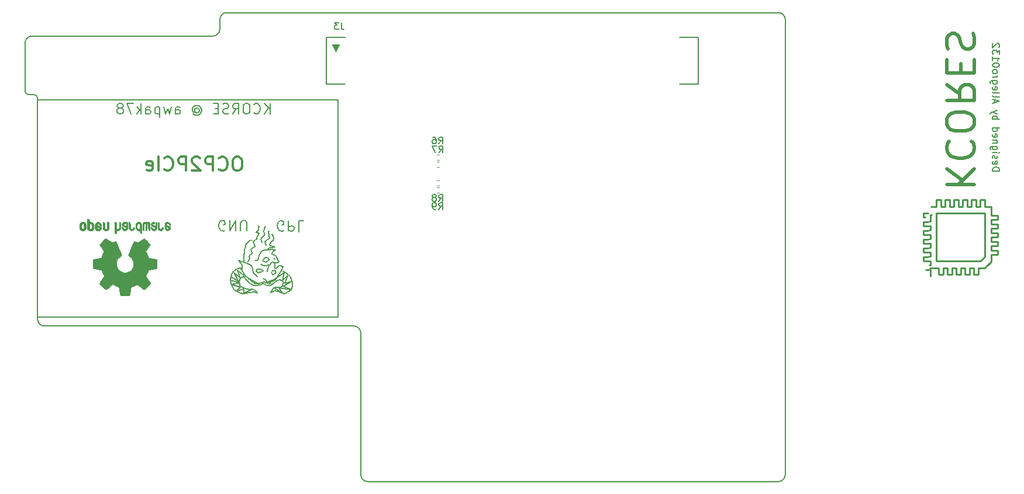
<source format=gbo>
%TF.GenerationSoftware,KiCad,Pcbnew,(5.1.9)-1*%
%TF.CreationDate,2021-06-12T00:32:34+08:00*%
%TF.ProjectId,V1,56312e6b-6963-4616-945f-706362585858,rev?*%
%TF.SameCoordinates,Original*%
%TF.FileFunction,Legend,Bot*%
%TF.FilePolarity,Positive*%
%FSLAX46Y46*%
G04 Gerber Fmt 4.6, Leading zero omitted, Abs format (unit mm)*
G04 Created by KiCad (PCBNEW (5.1.9)-1) date 2021-06-12 00:32:34*
%MOMM*%
%LPD*%
G01*
G04 APERTURE LIST*
%ADD10C,0.150000*%
%ADD11C,0.500000*%
%ADD12C,0.250000*%
%ADD13C,0.200000*%
%ADD14C,0.010000*%
%ADD15C,0.152400*%
%ADD16C,0.100000*%
%ADD17C,0.120000*%
%ADD18C,0.300000*%
G04 APERTURE END LIST*
D10*
X229267619Y-75234285D02*
X230267619Y-75234285D01*
X230267619Y-74996190D01*
X230220000Y-74853333D01*
X230124761Y-74758095D01*
X230029523Y-74710476D01*
X229839047Y-74662857D01*
X229696190Y-74662857D01*
X229505714Y-74710476D01*
X229410476Y-74758095D01*
X229315238Y-74853333D01*
X229267619Y-74996190D01*
X229267619Y-75234285D01*
X229315238Y-73853333D02*
X229267619Y-73948571D01*
X229267619Y-74139047D01*
X229315238Y-74234285D01*
X229410476Y-74281904D01*
X229791428Y-74281904D01*
X229886666Y-74234285D01*
X229934285Y-74139047D01*
X229934285Y-73948571D01*
X229886666Y-73853333D01*
X229791428Y-73805714D01*
X229696190Y-73805714D01*
X229600952Y-74281904D01*
X229315238Y-73424761D02*
X229267619Y-73329523D01*
X229267619Y-73139047D01*
X229315238Y-73043809D01*
X229410476Y-72996190D01*
X229458095Y-72996190D01*
X229553333Y-73043809D01*
X229600952Y-73139047D01*
X229600952Y-73281904D01*
X229648571Y-73377142D01*
X229743809Y-73424761D01*
X229791428Y-73424761D01*
X229886666Y-73377142D01*
X229934285Y-73281904D01*
X229934285Y-73139047D01*
X229886666Y-73043809D01*
X229267619Y-72567619D02*
X229934285Y-72567619D01*
X230267619Y-72567619D02*
X230220000Y-72615238D01*
X230172380Y-72567619D01*
X230220000Y-72520000D01*
X230267619Y-72567619D01*
X230172380Y-72567619D01*
X229934285Y-71662857D02*
X229124761Y-71662857D01*
X229029523Y-71710476D01*
X228981904Y-71758095D01*
X228934285Y-71853333D01*
X228934285Y-71996190D01*
X228981904Y-72091428D01*
X229315238Y-71662857D02*
X229267619Y-71758095D01*
X229267619Y-71948571D01*
X229315238Y-72043809D01*
X229362857Y-72091428D01*
X229458095Y-72139047D01*
X229743809Y-72139047D01*
X229839047Y-72091428D01*
X229886666Y-72043809D01*
X229934285Y-71948571D01*
X229934285Y-71758095D01*
X229886666Y-71662857D01*
X229934285Y-71186666D02*
X229267619Y-71186666D01*
X229839047Y-71186666D02*
X229886666Y-71139047D01*
X229934285Y-71043809D01*
X229934285Y-70900952D01*
X229886666Y-70805714D01*
X229791428Y-70758095D01*
X229267619Y-70758095D01*
X229315238Y-69900952D02*
X229267619Y-69996190D01*
X229267619Y-70186666D01*
X229315238Y-70281904D01*
X229410476Y-70329523D01*
X229791428Y-70329523D01*
X229886666Y-70281904D01*
X229934285Y-70186666D01*
X229934285Y-69996190D01*
X229886666Y-69900952D01*
X229791428Y-69853333D01*
X229696190Y-69853333D01*
X229600952Y-70329523D01*
X229267619Y-68996190D02*
X230267619Y-68996190D01*
X229315238Y-68996190D02*
X229267619Y-69091428D01*
X229267619Y-69281904D01*
X229315238Y-69377142D01*
X229362857Y-69424761D01*
X229458095Y-69472380D01*
X229743809Y-69472380D01*
X229839047Y-69424761D01*
X229886666Y-69377142D01*
X229934285Y-69281904D01*
X229934285Y-69091428D01*
X229886666Y-68996190D01*
X229267619Y-67758095D02*
X230267619Y-67758095D01*
X229886666Y-67758095D02*
X229934285Y-67662857D01*
X229934285Y-67472380D01*
X229886666Y-67377142D01*
X229839047Y-67329523D01*
X229743809Y-67281904D01*
X229458095Y-67281904D01*
X229362857Y-67329523D01*
X229315238Y-67377142D01*
X229267619Y-67472380D01*
X229267619Y-67662857D01*
X229315238Y-67758095D01*
X229934285Y-66948571D02*
X229267619Y-66710476D01*
X229934285Y-66472380D02*
X229267619Y-66710476D01*
X229029523Y-66805714D01*
X228981904Y-66853333D01*
X228934285Y-66948571D01*
X229553333Y-65377142D02*
X229553333Y-64900952D01*
X229267619Y-65472380D02*
X230267619Y-65139047D01*
X229267619Y-64805714D01*
X229267619Y-64329523D02*
X229315238Y-64424761D01*
X229410476Y-64472380D01*
X230267619Y-64472380D01*
X229267619Y-63805714D02*
X229315238Y-63900952D01*
X229410476Y-63948571D01*
X230267619Y-63948571D01*
X229315238Y-63043809D02*
X229267619Y-63139047D01*
X229267619Y-63329523D01*
X229315238Y-63424761D01*
X229410476Y-63472380D01*
X229791428Y-63472380D01*
X229886666Y-63424761D01*
X229934285Y-63329523D01*
X229934285Y-63139047D01*
X229886666Y-63043809D01*
X229791428Y-62996190D01*
X229696190Y-62996190D01*
X229600952Y-63472380D01*
X229934285Y-62139047D02*
X229124761Y-62139047D01*
X229029523Y-62186666D01*
X228981904Y-62234285D01*
X228934285Y-62329523D01*
X228934285Y-62472380D01*
X228981904Y-62567619D01*
X229315238Y-62139047D02*
X229267619Y-62234285D01*
X229267619Y-62424761D01*
X229315238Y-62520000D01*
X229362857Y-62567619D01*
X229458095Y-62615238D01*
X229743809Y-62615238D01*
X229839047Y-62567619D01*
X229886666Y-62520000D01*
X229934285Y-62424761D01*
X229934285Y-62234285D01*
X229886666Y-62139047D01*
X229267619Y-61662857D02*
X229934285Y-61662857D01*
X229743809Y-61662857D02*
X229839047Y-61615238D01*
X229886666Y-61567619D01*
X229934285Y-61472380D01*
X229934285Y-61377142D01*
X229267619Y-60900952D02*
X229315238Y-60996190D01*
X229362857Y-61043809D01*
X229458095Y-61091428D01*
X229743809Y-61091428D01*
X229839047Y-61043809D01*
X229886666Y-60996190D01*
X229934285Y-60900952D01*
X229934285Y-60758095D01*
X229886666Y-60662857D01*
X229839047Y-60615238D01*
X229743809Y-60567619D01*
X229458095Y-60567619D01*
X229362857Y-60615238D01*
X229315238Y-60662857D01*
X229267619Y-60758095D01*
X229267619Y-60900952D01*
X230267619Y-59948571D02*
X230267619Y-59853333D01*
X230220000Y-59758095D01*
X230172380Y-59710476D01*
X230077142Y-59662857D01*
X229886666Y-59615238D01*
X229648571Y-59615238D01*
X229458095Y-59662857D01*
X229362857Y-59710476D01*
X229315238Y-59758095D01*
X229267619Y-59853333D01*
X229267619Y-59948571D01*
X229315238Y-60043809D01*
X229362857Y-60091428D01*
X229458095Y-60139047D01*
X229648571Y-60186666D01*
X229886666Y-60186666D01*
X230077142Y-60139047D01*
X230172380Y-60091428D01*
X230220000Y-60043809D01*
X230267619Y-59948571D01*
X229267619Y-58662857D02*
X229267619Y-59234285D01*
X229267619Y-58948571D02*
X230267619Y-58948571D01*
X230124761Y-59043809D01*
X230029523Y-59139047D01*
X229981904Y-59234285D01*
X230267619Y-58329523D02*
X230267619Y-57710476D01*
X229886666Y-58043809D01*
X229886666Y-57900952D01*
X229839047Y-57805714D01*
X229791428Y-57758095D01*
X229696190Y-57710476D01*
X229458095Y-57710476D01*
X229362857Y-57758095D01*
X229315238Y-57805714D01*
X229267619Y-57900952D01*
X229267619Y-58186666D01*
X229315238Y-58281904D01*
X229362857Y-58329523D01*
X230172380Y-57329523D02*
X230220000Y-57281904D01*
X230267619Y-57186666D01*
X230267619Y-56948571D01*
X230220000Y-56853333D01*
X230172380Y-56805714D01*
X230077142Y-56758095D01*
X229981904Y-56758095D01*
X229839047Y-56805714D01*
X229267619Y-57377142D01*
X229267619Y-56758095D01*
D11*
X222616476Y-77209142D02*
X226616476Y-77209142D01*
X222616476Y-74923428D02*
X224902190Y-76637714D01*
X226616476Y-74923428D02*
X224330761Y-77209142D01*
X222997428Y-70923428D02*
X222806952Y-71113904D01*
X222616476Y-71685333D01*
X222616476Y-72066285D01*
X222806952Y-72637714D01*
X223187904Y-73018666D01*
X223568857Y-73209142D01*
X224330761Y-73399619D01*
X224902190Y-73399619D01*
X225664095Y-73209142D01*
X226045047Y-73018666D01*
X226426000Y-72637714D01*
X226616476Y-72066285D01*
X226616476Y-71685333D01*
X226426000Y-71113904D01*
X226235523Y-70923428D01*
X226616476Y-68447238D02*
X226616476Y-67685333D01*
X226426000Y-67304380D01*
X226045047Y-66923428D01*
X225283142Y-66732952D01*
X223949809Y-66732952D01*
X223187904Y-66923428D01*
X222806952Y-67304380D01*
X222616476Y-67685333D01*
X222616476Y-68447238D01*
X222806952Y-68828190D01*
X223187904Y-69209142D01*
X223949809Y-69399619D01*
X225283142Y-69399619D01*
X226045047Y-69209142D01*
X226426000Y-68828190D01*
X226616476Y-68447238D01*
X222616476Y-62732952D02*
X224521238Y-64066285D01*
X222616476Y-65018666D02*
X226616476Y-65018666D01*
X226616476Y-63494857D01*
X226426000Y-63113904D01*
X226235523Y-62923428D01*
X225854571Y-62732952D01*
X225283142Y-62732952D01*
X224902190Y-62923428D01*
X224711714Y-63113904D01*
X224521238Y-63494857D01*
X224521238Y-65018666D01*
X224711714Y-61018666D02*
X224711714Y-59685333D01*
X222616476Y-59113904D02*
X222616476Y-61018666D01*
X226616476Y-61018666D01*
X226616476Y-59113904D01*
X222806952Y-57590095D02*
X222616476Y-57018666D01*
X222616476Y-56066285D01*
X222806952Y-55685333D01*
X222997428Y-55494857D01*
X223378380Y-55304380D01*
X223759333Y-55304380D01*
X224140285Y-55494857D01*
X224330761Y-55685333D01*
X224521238Y-56066285D01*
X224711714Y-56828190D01*
X224902190Y-57209142D01*
X225092666Y-57399619D01*
X225473619Y-57590095D01*
X225854571Y-57590095D01*
X226235523Y-57399619D01*
X226426000Y-57209142D01*
X226616476Y-56828190D01*
X226616476Y-55875809D01*
X226426000Y-55304380D01*
D12*
X221155205Y-88323281D02*
X221155205Y-86577297D01*
X229091790Y-88323281D02*
X229091790Y-88085226D01*
X229091790Y-88085226D02*
X229091790Y-87549501D01*
X229171090Y-87370976D02*
X229825840Y-87371046D01*
X226829840Y-81339141D02*
X228139290Y-81339141D01*
X222345685Y-88323281D02*
X221155205Y-88323281D01*
X228139290Y-81339141D02*
X228139290Y-82926541D01*
X221155205Y-81339141D02*
X222901240Y-81339141D01*
X228139290Y-86497992D02*
X228139290Y-87688406D01*
X225917139Y-88323281D02*
X222345685Y-88323281D01*
X229091790Y-87549501D02*
X229091790Y-87370906D01*
X228139290Y-82926541D02*
X228139290Y-86497992D01*
X229825840Y-87371046D02*
X230044040Y-87371046D01*
X229091790Y-87370906D02*
X229171090Y-87370976D01*
X221155205Y-82648741D02*
X221155205Y-81339141D01*
X228139290Y-87688406D02*
X227504440Y-88323281D01*
X222901240Y-81339141D02*
X226829840Y-81339141D01*
X221155205Y-86577297D02*
X221155205Y-82648741D01*
X227504440Y-88323281D02*
X225917139Y-88323281D01*
X229042940Y-88372197D02*
X229091790Y-88323281D01*
X230044040Y-81776291D02*
X230044040Y-81657241D01*
X228139290Y-80387341D02*
X228139290Y-80149291D01*
X224330040Y-79434991D02*
X224171390Y-79434991D01*
X225599889Y-79434991D02*
X225441190Y-79434991D01*
X224330040Y-79613591D02*
X224330040Y-79434991D01*
X226710889Y-79434991D02*
X226353790Y-79434991D01*
X226869590Y-80149291D02*
X226869590Y-79613591D01*
X224330040Y-80149291D02*
X224330040Y-79613591D01*
X224330040Y-80387341D02*
X224330040Y-80149291D01*
X226234740Y-80387341D02*
X226076039Y-80387341D01*
X224449140Y-80387341D02*
X224330040Y-80387341D01*
X224806240Y-80387341D02*
X224449140Y-80387341D01*
X225441190Y-79434991D02*
X225083990Y-79434991D01*
X226988640Y-80387341D02*
X226869590Y-80387341D01*
X227504440Y-79434991D02*
X227504440Y-79673141D01*
X230044040Y-81657241D02*
X229805990Y-81657241D01*
X227504440Y-80208841D02*
X227504440Y-80387341D01*
X225599889Y-80149291D02*
X225599889Y-79613591D01*
X227623490Y-79434991D02*
X227504440Y-79434991D01*
X230044040Y-82133391D02*
X230044040Y-81776291D01*
X229805990Y-81657241D02*
X229270290Y-81657241D01*
X224964940Y-80208841D02*
X224964940Y-80387341D01*
X224964940Y-79434991D02*
X224964940Y-79673141D01*
X225083990Y-79434991D02*
X224964940Y-79434991D01*
X226234740Y-80208841D02*
X226234740Y-80387341D01*
X226353790Y-79434991D02*
X226234740Y-79434991D01*
X228139290Y-79434991D02*
X227980640Y-79434991D01*
X226869590Y-79613591D02*
X226869590Y-79434991D01*
X227504440Y-80387341D02*
X227345740Y-80387341D01*
X228139290Y-79613591D02*
X228139290Y-79434991D01*
X229091690Y-81339791D02*
X229091690Y-80625491D01*
X226869590Y-79434991D02*
X226710889Y-79434991D01*
X228853590Y-80387341D02*
X228317890Y-80387341D01*
X225599889Y-80387341D02*
X225599889Y-80149291D01*
X228317890Y-80387341D02*
X228139290Y-80387341D01*
X224964940Y-79673141D02*
X224964940Y-80208841D01*
X227980640Y-79434991D02*
X227623490Y-79434991D01*
X225599889Y-79613591D02*
X225599889Y-79434991D01*
X228139290Y-80149291D02*
X228139290Y-79613591D01*
X226234740Y-79434991D02*
X226234740Y-79673141D01*
X229091690Y-81657241D02*
X229091690Y-81339791D01*
X226869590Y-80387341D02*
X226869590Y-80149291D01*
X229270290Y-81657241D02*
X229091690Y-81657241D01*
X225718939Y-80387341D02*
X225599889Y-80387341D01*
X227504440Y-79673141D02*
X227504440Y-80208841D01*
X229091690Y-80625491D02*
X229091690Y-80387341D01*
X229091690Y-80387341D02*
X228853590Y-80387341D01*
X224171390Y-79434991D02*
X223814265Y-79434991D01*
X224964940Y-80387341D02*
X224806240Y-80387341D01*
X226076039Y-80387341D02*
X225718939Y-80387341D01*
X227345740Y-80387341D02*
X226988640Y-80387341D01*
X226234740Y-79673141D02*
X226234740Y-80208841D01*
X230044040Y-86101326D02*
X230044040Y-85942651D01*
X229329790Y-86101326D02*
X229865540Y-86101326D01*
X229091690Y-86220391D02*
X229091690Y-86101326D01*
X230044040Y-82292091D02*
X230044040Y-82133391D01*
X229865540Y-82292091D02*
X230044040Y-82292091D01*
X229329790Y-82292091D02*
X229865540Y-82292091D01*
X229091690Y-84831541D02*
X229329790Y-84831541D01*
X230044040Y-86855251D02*
X230044040Y-86736186D01*
X229270290Y-82926941D02*
X229091690Y-82926941D01*
X229091690Y-85307741D02*
X229091690Y-84950591D01*
X229091690Y-82292091D02*
X229329790Y-82292091D01*
X229091690Y-82411141D02*
X229091690Y-82292091D01*
X230044040Y-82926941D02*
X229805990Y-82926941D01*
X229865540Y-86101326D02*
X230044040Y-86101326D01*
X229091690Y-86101326D02*
X229329790Y-86101326D01*
X230044040Y-83561791D02*
X230044040Y-83403141D01*
X230044040Y-84196641D02*
X229805990Y-84196641D01*
X229805990Y-86736186D02*
X229270290Y-86736186D01*
X229865540Y-84831541D02*
X230044040Y-84831541D01*
X230044040Y-83045991D02*
X230044040Y-82926941D01*
X229091690Y-86736186D02*
X229091690Y-86577506D01*
X230044040Y-85942651D02*
X230044040Y-85585461D01*
X229270290Y-85466401D02*
X229091690Y-85466401D01*
X229270290Y-86736186D02*
X229091690Y-86736186D01*
X230044040Y-86736186D02*
X229805990Y-86736186D01*
X230044040Y-83403141D02*
X230044040Y-83045991D01*
X229091690Y-84196641D02*
X229091690Y-84037991D01*
X230044040Y-84672841D02*
X230044040Y-84315741D01*
X229805990Y-85466401D02*
X229270290Y-85466401D01*
X229091690Y-86577506D02*
X229091690Y-86220391D01*
X230044040Y-87212366D02*
X230044040Y-86855251D01*
X229091690Y-82768291D02*
X229091690Y-82411141D01*
X229091690Y-83561791D02*
X229329790Y-83561791D01*
X229091690Y-82926941D02*
X229091690Y-82768291D01*
X229091690Y-85466401D02*
X229091690Y-85307741D01*
X230044040Y-87371046D02*
X230044040Y-87212366D01*
X229805990Y-82926941D02*
X229270290Y-82926941D01*
X229865540Y-83561791D02*
X230044040Y-83561791D01*
X229329790Y-83561791D02*
X229865540Y-83561791D01*
X229091690Y-83680891D02*
X229091690Y-83561791D01*
X229805990Y-84196641D02*
X229270290Y-84196641D01*
X229091690Y-84037991D02*
X229091690Y-83680891D01*
X229270290Y-84196641D02*
X229091690Y-84196641D01*
X229091690Y-84950591D02*
X229091690Y-84831541D01*
X229329790Y-84831541D02*
X229865540Y-84831541D01*
X230044040Y-85466401D02*
X229805990Y-85466401D01*
X230044040Y-84315741D02*
X230044040Y-84196641D01*
X230044040Y-84831541D02*
X230044040Y-84672841D01*
X230044040Y-85585461D02*
X230044040Y-85466401D01*
X220303395Y-83730441D02*
X220303395Y-83849441D01*
X220303395Y-83373342D02*
X220303395Y-83730441D01*
X220303395Y-83214591D02*
X220303395Y-83373342D01*
X219589156Y-83214591D02*
X220124869Y-83214591D01*
X220303395Y-81865491D02*
X220303395Y-82401191D01*
X219251031Y-81855591D02*
X219251031Y-81974591D01*
X222901665Y-79434991D02*
X222544544Y-79434991D01*
X219965339Y-81339741D02*
X219429625Y-81339741D01*
X221155750Y-79434991D02*
X221155750Y-79673141D01*
X222425485Y-80208841D02*
X222425485Y-80387341D01*
X221631930Y-79434991D02*
X221274810Y-79434991D01*
X221790625Y-79434991D02*
X221631930Y-79434991D01*
X223695205Y-79434991D02*
X223695205Y-79673141D01*
X221909690Y-80387341D02*
X221790625Y-80387341D01*
X222425485Y-80387341D02*
X222266805Y-80387341D01*
X223060345Y-79613591D02*
X223060345Y-79434991D01*
X219251031Y-81974591D02*
X219489156Y-81974591D01*
X222425485Y-79434991D02*
X222425485Y-79673141D01*
X221790625Y-80149291D02*
X221790625Y-79613591D01*
X221155750Y-80387341D02*
X220917695Y-80387341D01*
X219251031Y-84395041D02*
X219251031Y-84514041D01*
X220124869Y-83214591D02*
X220303395Y-83214591D01*
X222425485Y-79673141D02*
X222425485Y-80208841D01*
X220124869Y-84484291D02*
X220303395Y-84484291D01*
X223695205Y-80387341D02*
X223536525Y-80387341D01*
X222544544Y-79434991D02*
X222425485Y-79434991D01*
X219429625Y-81339741D02*
X219251031Y-81339741D01*
X219251031Y-84037891D02*
X219251031Y-84395041D01*
X219251031Y-83879142D02*
X219251031Y-84037891D01*
X219429625Y-83879142D02*
X219251031Y-83879142D01*
X219965339Y-83879142D02*
X219429625Y-83879142D01*
X219251031Y-83125292D02*
X219251031Y-83244291D01*
X219251031Y-82768191D02*
X219251031Y-83125292D01*
X220303395Y-82579741D02*
X220065339Y-82579741D01*
X219965339Y-82609441D02*
X219429625Y-82609441D01*
X220303395Y-83849441D02*
X220065339Y-83849441D01*
X219251031Y-81498491D02*
X219251031Y-81855591D01*
X219251031Y-81339741D02*
X219251031Y-81498491D01*
X220481990Y-81627341D02*
X220303395Y-81627341D01*
X220303395Y-82401191D02*
X220303395Y-82579741D01*
X223060345Y-80149291D02*
X223060345Y-79613591D01*
X221274810Y-79434991D02*
X221155750Y-79434991D01*
X221790625Y-79613591D02*
X221790625Y-79434991D01*
X223060345Y-79434991D02*
X222901665Y-79434991D01*
X223695205Y-79673141D02*
X223695205Y-80208841D01*
X221790625Y-80387341D02*
X221790625Y-80149291D01*
X223060345Y-80387341D02*
X223060345Y-80149291D01*
X223695205Y-80208841D02*
X223695205Y-80387341D01*
X221155750Y-80208841D02*
X221155750Y-80387341D01*
X219251031Y-82609441D02*
X219251031Y-82768191D01*
X221155750Y-79673141D02*
X221155750Y-80208841D01*
X219429625Y-82609441D02*
X219251031Y-82609441D01*
X220303395Y-81627341D02*
X220303395Y-81865491D01*
X220917695Y-80387341D02*
X220381990Y-80387341D01*
X220303395Y-85119142D02*
X220065339Y-85119142D01*
X220303395Y-85000191D02*
X220303395Y-85119142D01*
X223179405Y-80387341D02*
X223060345Y-80387341D01*
X220303395Y-84643041D02*
X220303395Y-85000191D01*
X222266805Y-80387341D02*
X221909690Y-80387341D01*
X223536525Y-80387341D02*
X223179405Y-80387341D01*
X223814265Y-79434991D02*
X223695205Y-79434991D01*
X220303395Y-84484291D02*
X220303395Y-84643041D01*
X219589156Y-84484291D02*
X220124869Y-84484291D01*
X219251031Y-83244291D02*
X219489156Y-83244291D01*
X228139440Y-89275636D02*
X228139440Y-89275636D01*
X228715690Y-88699477D02*
X228896190Y-88518951D01*
X228553690Y-88861466D02*
X228715690Y-88699477D01*
X228413540Y-89001616D02*
X228553690Y-88861466D01*
X228158340Y-89256826D02*
X228212490Y-89202671D01*
X227960940Y-89275636D02*
X228139440Y-89275636D01*
X226710990Y-90228000D02*
X227068090Y-90228000D01*
X228139440Y-89275636D02*
X228158340Y-89256826D01*
X227425189Y-89275636D02*
X227960940Y-89275636D01*
X227187089Y-89989943D02*
X227187089Y-89454231D01*
X227187089Y-89454231D02*
X227187089Y-89275636D01*
X226552239Y-90049475D02*
X226552239Y-90228000D01*
X227187089Y-90228000D02*
X227187089Y-89989943D01*
X226552239Y-90228000D02*
X226710990Y-90228000D01*
X226552239Y-89513762D02*
X226552239Y-90049475D01*
X226552239Y-89275636D02*
X226552239Y-89513762D01*
X227068090Y-90228000D02*
X227187089Y-90228000D01*
X228896190Y-88518951D02*
X229042940Y-88372197D01*
X228298690Y-89116476D02*
X228413540Y-89001616D01*
X228212490Y-89202671D02*
X228298690Y-89116476D01*
X227187089Y-89275636D02*
X227425189Y-89275636D01*
X220124869Y-88293546D02*
X220303395Y-88293546D01*
X220303395Y-87539696D02*
X220303395Y-87658686D01*
X219251031Y-85307641D02*
X219251031Y-85664836D01*
X219251031Y-84514041D02*
X219489156Y-84514041D01*
X220303395Y-86269891D02*
X220303395Y-86388891D01*
X220303395Y-88452296D02*
X220303395Y-88809411D01*
X219429625Y-86418686D02*
X219251031Y-86418686D01*
X219251031Y-86934556D02*
X219251031Y-87053546D01*
X219589156Y-87023826D02*
X220124869Y-87023826D01*
X220303395Y-88293546D02*
X220303395Y-88452296D01*
X219251031Y-87053546D02*
X219489156Y-87053546D01*
X219965339Y-86418686D02*
X219429625Y-86418686D01*
X219429625Y-85148891D02*
X219251031Y-85148891D01*
X220303395Y-87182576D02*
X220303395Y-87539696D01*
X220124869Y-87023826D02*
X220303395Y-87023826D01*
X219251031Y-85783826D02*
X219489156Y-85783826D01*
X219251031Y-85664836D02*
X219251031Y-85783826D01*
X219251031Y-85148891D02*
X219251031Y-85307641D01*
X219965339Y-85148891D02*
X219429625Y-85148891D01*
X220303395Y-86388891D02*
X220065339Y-86388891D01*
X220303395Y-85912791D02*
X220303395Y-86269891D01*
X219589156Y-85754041D02*
X220124869Y-85754041D01*
X220303395Y-85754041D02*
X220303395Y-85912791D01*
X219589156Y-88293546D02*
X220124869Y-88293546D01*
X219251031Y-86577436D02*
X219251031Y-86934556D01*
X219251031Y-86418686D02*
X219251031Y-86577436D01*
X220303395Y-87658686D02*
X220065339Y-87658686D01*
X220303395Y-87023826D02*
X220303395Y-87182576D01*
X220124869Y-85754041D02*
X220303395Y-85754041D01*
X221473250Y-89275636D02*
X221473250Y-89513762D01*
X222266875Y-89275636D02*
X222623994Y-89275636D01*
X220124869Y-89563281D02*
X220303395Y-89563281D01*
X219429625Y-87688406D02*
X219251031Y-87688406D01*
X219251031Y-88323281D02*
X219489156Y-88323281D01*
X224806290Y-89275636D02*
X225163440Y-89275636D01*
X224647540Y-89989943D02*
X224647540Y-89454231D01*
X224647540Y-89275636D02*
X224806290Y-89275636D01*
X226433240Y-89275636D02*
X226552239Y-89275636D01*
X220303395Y-89801406D02*
X220303395Y-90337111D01*
X226076140Y-89275636D02*
X226433240Y-89275636D01*
X225917390Y-89275636D02*
X226076140Y-89275636D01*
X222623994Y-89275636D02*
X222742985Y-89275636D01*
X225917390Y-89454231D02*
X225917390Y-89275636D01*
X219965339Y-87688406D02*
X219429625Y-87688406D01*
X225917390Y-89989943D02*
X225917390Y-89454231D01*
X225917390Y-90228000D02*
X225917390Y-89989943D01*
X225798389Y-90228000D02*
X225917390Y-90228000D01*
X222108125Y-89275636D02*
X222266875Y-89275636D01*
X222108125Y-90228000D02*
X222108125Y-89989943D01*
X221235195Y-89275636D02*
X221473250Y-89275636D01*
X219251031Y-88204291D02*
X219251031Y-88323281D01*
X224647540Y-89454231D02*
X224647540Y-89275636D01*
X222108125Y-89454231D02*
X222108125Y-89275636D01*
X225441190Y-90228000D02*
X225798389Y-90228000D01*
X225282440Y-90228000D02*
X225441190Y-90228000D01*
X225282440Y-90049475D02*
X225282440Y-90228000D01*
X225282440Y-89513762D02*
X225282440Y-90049475D01*
X225282440Y-89275636D02*
X225282440Y-89513762D01*
X224528590Y-90228000D02*
X224647540Y-90228000D01*
X222742985Y-90228000D02*
X222901734Y-90228000D01*
X224012705Y-89275636D02*
X224012705Y-89513762D01*
X220203395Y-89275636D02*
X220520895Y-89275636D01*
X220303395Y-89563281D02*
X220303395Y-89801406D01*
X224171440Y-90228000D02*
X224528590Y-90228000D01*
X224012705Y-89513762D02*
X224012705Y-90049475D01*
X223893710Y-89275636D02*
X224012705Y-89275636D01*
X223536595Y-89275636D02*
X223893710Y-89275636D01*
X223377845Y-90228000D02*
X223377845Y-89989943D01*
X221989115Y-90228000D02*
X222108125Y-90228000D01*
X220520895Y-89275636D02*
X221235195Y-89275636D01*
X222901734Y-90228000D02*
X223258850Y-90228000D01*
X221473250Y-90049475D02*
X221473250Y-90228000D01*
X224012705Y-90228000D02*
X224171440Y-90228000D01*
X224012705Y-90049475D02*
X224012705Y-90228000D01*
X219251031Y-87847156D02*
X219251031Y-88204291D01*
X219251031Y-87688406D02*
X219251031Y-87847156D01*
X220303395Y-90337111D02*
X220303395Y-90515636D01*
X223377845Y-89275636D02*
X223536595Y-89275636D01*
X222742985Y-89513762D02*
X222742985Y-90049475D01*
X222108125Y-89989943D02*
X222108125Y-89454231D01*
X223258850Y-90228000D02*
X223377845Y-90228000D01*
X222742985Y-89275636D02*
X222742985Y-89513762D01*
X221473250Y-89513762D02*
X221473250Y-90049475D01*
X220303395Y-88809411D02*
X220303395Y-88928406D01*
X225163440Y-89275636D02*
X225282440Y-89275636D01*
X224647540Y-90228000D02*
X224647540Y-89989943D01*
X221473250Y-90228000D02*
X221632000Y-90228000D01*
X223377845Y-89454231D02*
X223377845Y-89275636D01*
X223377845Y-89989943D02*
X223377845Y-89454231D01*
X219589156Y-89563281D02*
X220124869Y-89563281D01*
X220303395Y-88928406D02*
X220065339Y-88928406D01*
X222742985Y-90049475D02*
X222742985Y-90228000D01*
X221632000Y-90228000D02*
X221989115Y-90228000D01*
D13*
X89200000Y-63670001D02*
G75*
G03*
X89700000Y-64170001I500000J0D01*
G01*
X198250000Y-52275001D02*
G75*
G02*
X199250000Y-53275001I0J-1000000D01*
G01*
X117400000Y-54675001D02*
G75*
G02*
X116400000Y-55675001I-1000000J0D01*
G01*
X117400000Y-53275001D02*
G75*
G02*
X118400000Y-52275001I1000000J0D01*
G01*
X90200000Y-55675001D02*
G75*
G03*
X89200000Y-56675001I0J-1000000D01*
G01*
X90500000Y-64170001D02*
G75*
G02*
X91000000Y-64670001I0J-500000D01*
G01*
X137800000Y-119275001D02*
G75*
G03*
X138800000Y-120275001I1000000J0D01*
G01*
X136800000Y-97725001D02*
G75*
G02*
X137800000Y-98725001I0J-1000000D01*
G01*
X199250000Y-119275001D02*
G75*
G02*
X198250000Y-120275001I-1000000J0D01*
G01*
X91000000Y-96725001D02*
G75*
G03*
X92000000Y-97725001I1000000J0D01*
G01*
X91000000Y-96445001D02*
X91000000Y-64945001D01*
X91000000Y-64670001D02*
X91000000Y-64945001D01*
X199250000Y-53275001D02*
X199250000Y-119275001D01*
X89200000Y-63670001D02*
X89200000Y-56675001D01*
X90500000Y-64170001D02*
X89700000Y-64170001D01*
X134525000Y-96445001D02*
X91000000Y-96445001D01*
X91000000Y-64945001D02*
X134525000Y-64945001D01*
X117400000Y-53275001D02*
X117400000Y-54675001D01*
X118400000Y-52275001D02*
X198250000Y-52275001D01*
X198250000Y-120275001D02*
X138800000Y-120275001D01*
X90200000Y-55675001D02*
X116400000Y-55675001D01*
X137800000Y-119275001D02*
X137800000Y-98725001D01*
X134525000Y-64945001D02*
X134525000Y-96445001D01*
X136800000Y-97725001D02*
X92000000Y-97725001D01*
X91000000Y-96445001D02*
X91000000Y-96725001D01*
D10*
X127899420Y-91924220D02*
X127899420Y-91474640D01*
X127099320Y-90125900D02*
X126550680Y-89724580D01*
X127249180Y-92775120D02*
X127698760Y-92475400D01*
X127698760Y-92475400D02*
X127899420Y-91924220D01*
X127548900Y-90524680D02*
X127099320Y-90125900D01*
X127800360Y-91075860D02*
X127548900Y-90524680D01*
X127899420Y-91474640D02*
X127800360Y-91075860D01*
X122799100Y-92975780D02*
X122400320Y-92825920D01*
X121699280Y-92424600D02*
X122049800Y-92373800D01*
X125849640Y-92724320D02*
X126350020Y-92975780D01*
X120850920Y-90575480D02*
X120398800Y-90725340D01*
X120398800Y-90725340D02*
X120200680Y-91225720D01*
X122199660Y-90024300D02*
X122799100Y-90575480D01*
X126250960Y-89724580D02*
X126550680Y-89074340D01*
X120599460Y-92124880D02*
X121049040Y-92274740D01*
X125549920Y-90824400D02*
X126250960Y-89724580D01*
X120398800Y-89275000D02*
X121150640Y-90473880D01*
X125349260Y-91075860D02*
X125549920Y-90824400D01*
X121049040Y-92274740D02*
X121699280Y-92424600D01*
X124749820Y-91375580D02*
X125349260Y-91075860D01*
X121150640Y-90473880D02*
X121849140Y-91124120D01*
X121198900Y-90974260D02*
X120850920Y-90575480D01*
X125549920Y-92074080D02*
X125999500Y-92074080D01*
X120800120Y-93024040D02*
X120398800Y-92975780D01*
X125648980Y-91174920D02*
X125199400Y-91474640D01*
X121651020Y-91423840D02*
X121198900Y-90974260D01*
X124300240Y-91474640D02*
X124749820Y-91375580D01*
X123550940Y-91624500D02*
X123251220Y-91774360D01*
X124650760Y-91825160D02*
X124249440Y-91825160D01*
X126550680Y-91624500D02*
X126598940Y-91324780D01*
X120050820Y-92825920D02*
X119448840Y-92424600D01*
X125199400Y-91474640D02*
X124950480Y-91675300D01*
X120398800Y-92975780D02*
X120050820Y-92825920D01*
X124749820Y-92775120D02*
X125199400Y-92175680D01*
X126350020Y-92975780D02*
X126799600Y-93024040D01*
X126299220Y-91075860D02*
X125999500Y-91025060D01*
X124800620Y-92874180D02*
X125400060Y-92625260D01*
X120299740Y-91875960D02*
X120599460Y-92124880D01*
X122750840Y-91875960D02*
X122250460Y-91825160D01*
X126350020Y-92025820D02*
X126550680Y-91624500D01*
X126799600Y-93024040D02*
X127249180Y-92775120D01*
X119448840Y-92424600D02*
X118999260Y-91624500D01*
X125400060Y-92625260D02*
X125849640Y-92724320D01*
X125951240Y-88975280D02*
X125499120Y-89374060D01*
X119751100Y-89523920D02*
X120398800Y-89275000D01*
X118999260Y-91624500D02*
X118900200Y-90926000D01*
X122049800Y-92373800D02*
X122600980Y-92625260D01*
X121750080Y-92874180D02*
X120800120Y-93024040D01*
X125999500Y-91025060D02*
X125648980Y-91174920D01*
X125999500Y-92074080D02*
X126350020Y-92025820D01*
X119199920Y-90024300D02*
X119751100Y-89523920D01*
X123449340Y-91423840D02*
X123850660Y-91324780D01*
X124950480Y-91675300D02*
X124650760Y-91825160D01*
X118900200Y-90926000D02*
X119199920Y-90024300D01*
X123749060Y-91576240D02*
X123550940Y-91624500D01*
X125951240Y-88424100D02*
X125450860Y-87425880D01*
X125400060Y-88573960D02*
X125798840Y-88573960D01*
X126550680Y-89074340D02*
X125951240Y-88975280D01*
X122451120Y-91576240D02*
X122999760Y-91624500D01*
X122600980Y-92625260D02*
X122799100Y-92975780D01*
X121849140Y-91124120D02*
X122451120Y-91576240D01*
X123850660Y-91324780D02*
X124300240Y-91474640D01*
X122999760Y-91624500D02*
X123449340Y-91423840D01*
X120200680Y-91225720D02*
X120299740Y-91875960D01*
X126598940Y-91324780D02*
X126299220Y-91075860D01*
X124249440Y-91825160D02*
X123749060Y-91576240D01*
X122400320Y-92825920D02*
X121750080Y-92874180D01*
X122250460Y-91825160D02*
X121651020Y-91423840D01*
X123251220Y-91774360D02*
X122750840Y-91875960D01*
X125199400Y-92175680D02*
X125549920Y-92074080D01*
X125798840Y-88573960D02*
X125951240Y-88424100D01*
X122649240Y-89724580D02*
X122849900Y-89475660D01*
X125049540Y-88474900D02*
X125250200Y-88573960D01*
X123098820Y-87425880D02*
X122948960Y-87926260D01*
X124249440Y-86625780D02*
X124650760Y-86374320D01*
X125199400Y-84974780D02*
X125100340Y-84675060D01*
X124749820Y-88624760D02*
X124899680Y-88474900D01*
X125400060Y-89673780D02*
X124950480Y-89775380D01*
X125450860Y-87425880D02*
X125301000Y-87425880D01*
X125499120Y-89925240D02*
X125400060Y-89673780D01*
X125400060Y-90125900D02*
X125499120Y-89925240D01*
X124000520Y-87773860D02*
X124300240Y-87773860D01*
X125400060Y-88025320D02*
X125301000Y-87875460D01*
X123550940Y-88876220D02*
X123350280Y-88825420D01*
X124500900Y-88825420D02*
X124201180Y-88975280D01*
X123299480Y-87075360D02*
X123098820Y-87425880D01*
X124201180Y-88975280D02*
X123898920Y-88975280D01*
X124549160Y-88124380D02*
X124099580Y-88474900D01*
X124300240Y-89826180D02*
X124351040Y-89374060D01*
X122799100Y-88175180D02*
X122499380Y-88225980D01*
X124399300Y-87875460D02*
X124549160Y-88124380D01*
X124300240Y-87773860D02*
X124399300Y-87875460D01*
X124599960Y-85924740D02*
X124650760Y-85724080D01*
X123898920Y-86724840D02*
X123449340Y-86874700D01*
X124099580Y-88474900D02*
X123700800Y-88325040D01*
X125100340Y-85325300D02*
X125199400Y-84974780D01*
X124500900Y-88975280D02*
X124599960Y-88825420D01*
X124650760Y-85724080D02*
X124848880Y-85525960D01*
X124650760Y-88774620D02*
X124749820Y-88624760D01*
X125049540Y-86973760D02*
X125400060Y-86775640D01*
X124899680Y-87324280D02*
X125049540Y-86973760D01*
X123251220Y-89475660D02*
X123650000Y-89673780D01*
X123700800Y-89724580D02*
X123350280Y-89874440D01*
X124650760Y-86074600D02*
X124599960Y-85924740D01*
X124998740Y-90224960D02*
X125400060Y-90125900D01*
X123749060Y-87926260D02*
X124000520Y-87773860D01*
X125250200Y-88573960D02*
X125450860Y-88573960D01*
X124399300Y-86674040D02*
X123898920Y-86724840D01*
X124848880Y-85525960D02*
X125100340Y-85325300D01*
X123749060Y-88975280D02*
X123550940Y-88876220D01*
X123449340Y-86874700D02*
X123299480Y-87075360D01*
X125199400Y-86176200D02*
X124650760Y-86074600D01*
X125400060Y-89275000D02*
X125349260Y-88624760D01*
X122948960Y-87926260D02*
X122799100Y-88175180D01*
X124899680Y-88474900D02*
X125049540Y-88474900D01*
X120149880Y-88175180D02*
X121549420Y-88723820D01*
X122049800Y-89074340D02*
X122199660Y-90024300D01*
X122849900Y-89475660D02*
X123251220Y-89475660D01*
X122900700Y-89976040D02*
X122649240Y-89724580D01*
X124848880Y-89874440D02*
X124998740Y-90224960D01*
X125301000Y-87425880D02*
X124899680Y-87324280D01*
X124650760Y-86374320D02*
X124899680Y-86374320D01*
X125100340Y-84675060D02*
X124950480Y-84375340D01*
X124351040Y-89374060D02*
X124500900Y-88975280D01*
X123700800Y-88325040D02*
X123749060Y-87926260D01*
X123898920Y-88975280D02*
X123749060Y-88975280D01*
X124848880Y-86625780D02*
X124399300Y-86674040D01*
X125450860Y-86724840D02*
X124848880Y-86625780D01*
X125400060Y-86224460D02*
X125199400Y-86176200D01*
X121549420Y-88723820D02*
X122049800Y-89074340D01*
X120650260Y-88924480D02*
X120149880Y-88175180D01*
X120650260Y-89523920D02*
X120650260Y-88924480D01*
X124048780Y-90974260D02*
X124300240Y-91324780D01*
X123350280Y-89874440D02*
X122900700Y-89976040D01*
X123650000Y-90824400D02*
X124048780Y-90974260D01*
X124950480Y-84375340D02*
X124998740Y-84375340D01*
X124201180Y-85226240D02*
X124599960Y-85025580D01*
X121099840Y-86224460D02*
X121000780Y-86625780D01*
X126799600Y-91525440D02*
X127800360Y-91273980D01*
X124599960Y-85025580D02*
X124549160Y-84576000D01*
X123898920Y-85525960D02*
X124201180Y-85226240D01*
X121150640Y-85924740D02*
X121099840Y-86224460D01*
X124099580Y-85975540D02*
X123898920Y-85525960D01*
X123449340Y-84974780D02*
X123700800Y-84774120D01*
X122250460Y-85475160D02*
X122799100Y-85025580D01*
X120949980Y-87024560D02*
X120899180Y-87425880D01*
X127800360Y-91273980D02*
X126550680Y-91975020D01*
X126449080Y-92924980D02*
X125301000Y-92223940D01*
X122948960Y-83476180D02*
X122999760Y-83323780D01*
X122649240Y-84123880D02*
X122999760Y-83775900D01*
X122100600Y-91124120D02*
X122849900Y-91474640D01*
X121399560Y-85675820D02*
X121150640Y-85924740D01*
X122999760Y-83775900D02*
X122948960Y-83476180D01*
X123050560Y-83275520D02*
X122999760Y-83173920D01*
X124899680Y-86326060D02*
X125151140Y-86224460D01*
X124399300Y-84174680D02*
X124549160Y-83925760D01*
X124549160Y-84576000D02*
X124399300Y-84174680D01*
X120899180Y-87425880D02*
X120899180Y-87926260D01*
X121800880Y-85274500D02*
X121549420Y-85475160D01*
X123799860Y-83524440D02*
X124000520Y-83323780D01*
X123749060Y-84075620D02*
X123799860Y-83524440D01*
X124500900Y-91576240D02*
X124749820Y-91525440D01*
X123050560Y-84225480D02*
X122649240Y-84123880D01*
X122100600Y-87225220D02*
X121899940Y-86574980D01*
X121899940Y-86574980D02*
X122451120Y-86176200D01*
X121450360Y-88424100D02*
X121750080Y-87974520D01*
X121899940Y-85274500D02*
X122100600Y-85325300D01*
X125951240Y-92223940D02*
X126449080Y-92924980D01*
X127698760Y-92424600D02*
X125951240Y-92223940D01*
X123799860Y-84273740D02*
X123749060Y-84075620D01*
X123850660Y-84576000D02*
X123799860Y-84273740D01*
X121750080Y-87974520D02*
X121651020Y-87524940D01*
X123700800Y-84774120D02*
X123850660Y-84576000D01*
X126550680Y-91975020D02*
X127698760Y-92424600D01*
X122750840Y-84923980D02*
X122948960Y-84525200D01*
X123500140Y-85574220D02*
X123350280Y-85175440D01*
X123350280Y-85175440D02*
X123449340Y-84974780D01*
X121600220Y-90824400D02*
X122100600Y-91124120D01*
X120899180Y-87926260D02*
X120899180Y-88424100D01*
X122948960Y-84525200D02*
X123050560Y-84225480D01*
X122451120Y-86176200D02*
X122250460Y-85475160D01*
X121549420Y-85475160D02*
X121399560Y-85675820D01*
X122849900Y-91474640D02*
X123200420Y-91474640D01*
X121651020Y-87524940D02*
X122100600Y-87225220D01*
X121000780Y-86625780D02*
X120949980Y-87024560D01*
X127249180Y-90425620D02*
X126799600Y-91525440D01*
X125151140Y-86224460D02*
X125400060Y-86224460D01*
X126499880Y-91124120D02*
X127249180Y-90425620D01*
X126748800Y-90024300D02*
X126499880Y-91124120D01*
X125450860Y-90875200D02*
X126748800Y-90024300D01*
X125049540Y-91075860D02*
X125450860Y-90875200D01*
X124399300Y-91273980D02*
X125049540Y-91075860D01*
X120850920Y-92975780D02*
X121950740Y-92475400D01*
X120350540Y-92074080D02*
X119850160Y-92574460D01*
X119850160Y-92574460D02*
X120899180Y-92325540D01*
X120899180Y-92325540D02*
X120850920Y-92975780D01*
X119100860Y-91675300D02*
X120350540Y-92074080D01*
X120350540Y-90776140D02*
X119400580Y-89976040D01*
X120899180Y-90425620D02*
X119900960Y-89625520D01*
X120248940Y-91423840D02*
X119100860Y-91675300D01*
X118951000Y-91075860D02*
X120248940Y-91423840D01*
X119400580Y-89976040D02*
X120099080Y-91273980D01*
X119900960Y-89625520D02*
X120350540Y-90776140D01*
X119050060Y-90623740D02*
X118951000Y-91075860D01*
X120099080Y-91273980D02*
X119050060Y-90623740D01*
X118100100Y-82424620D02*
X118150900Y-82975800D01*
X118150900Y-82975800D02*
X117899440Y-83074860D01*
X120398800Y-83925760D02*
X120398800Y-82775140D01*
X120899180Y-82373820D02*
X121198900Y-82526220D01*
X118100100Y-83874960D02*
X117899440Y-83974020D01*
X128199140Y-83374580D02*
X127899420Y-83224720D01*
X127851160Y-83974020D02*
X128100080Y-83775900D01*
X119700300Y-82424620D02*
X119700300Y-83925760D01*
X118849400Y-83925760D02*
X119700300Y-82424620D01*
X121300500Y-82825940D02*
X121300500Y-83925760D01*
X120398800Y-82775140D02*
X120551200Y-82526220D01*
X126350020Y-83974020D02*
X126050300Y-83925760D01*
X126598940Y-83874960D02*
X126350020Y-83974020D01*
X120551200Y-82526220D02*
X120899180Y-82373820D01*
X125849640Y-82625280D02*
X126200160Y-82475420D01*
X126649740Y-83074860D02*
X126350020Y-83074860D01*
X126200160Y-82475420D02*
X126649740Y-82574480D01*
X127899420Y-83224720D02*
X127399040Y-83275520D01*
X127299980Y-83925760D02*
X127851160Y-83974020D01*
X128849380Y-82424620D02*
X129550420Y-82424620D01*
X128849380Y-84024820D02*
X128849380Y-82424620D01*
X125750580Y-83575240D02*
X125699780Y-83074860D01*
X126649740Y-82574480D02*
X126649740Y-83074860D01*
X127299980Y-82475420D02*
X127299980Y-83925760D01*
X128100080Y-83775900D02*
X128199140Y-83374580D01*
X117698780Y-82424620D02*
X118100100Y-82424620D01*
X117399060Y-82574480D02*
X117698780Y-82424620D01*
X125699780Y-83074860D02*
X125849640Y-82625280D01*
X117249200Y-83425380D02*
X117249200Y-82975800D01*
X117249200Y-82975800D02*
X117399060Y-82574480D01*
X117449860Y-83824160D02*
X117249200Y-83425380D01*
X117899440Y-83974020D02*
X117449860Y-83824160D01*
X126050300Y-83925760D02*
X125750580Y-83575240D01*
X118849400Y-82373820D02*
X118849400Y-83925760D01*
X121198900Y-82526220D02*
X121300500Y-82825940D01*
D14*
G36*
X98821900Y-83913097D02*
G01*
X98933450Y-83857478D01*
X99031908Y-83755069D01*
X99059023Y-83717136D01*
X99088562Y-83667500D01*
X99107728Y-83613588D01*
X99118693Y-83541636D01*
X99123629Y-83437878D01*
X99124713Y-83300899D01*
X99119818Y-83113185D01*
X99102804Y-82972242D01*
X99070177Y-82867092D01*
X99018442Y-82786757D01*
X98944104Y-82720259D01*
X98938642Y-82716322D01*
X98865380Y-82676047D01*
X98777160Y-82656120D01*
X98664962Y-82651207D01*
X98482567Y-82651207D01*
X98482491Y-82474143D01*
X98480793Y-82375530D01*
X98470450Y-82317686D01*
X98443422Y-82282994D01*
X98391668Y-82253836D01*
X98379239Y-82247879D01*
X98321077Y-82219961D01*
X98276044Y-82202328D01*
X98242559Y-82200806D01*
X98219038Y-82221219D01*
X98203900Y-82269393D01*
X98195563Y-82351154D01*
X98192444Y-82472328D01*
X98192960Y-82638740D01*
X98195529Y-82856215D01*
X98196332Y-82921264D01*
X98199222Y-83145498D01*
X98201812Y-83292179D01*
X98482414Y-83292179D01*
X98483991Y-83167674D01*
X98491000Y-83086213D01*
X98506858Y-83032485D01*
X98534981Y-82991177D01*
X98554075Y-82971029D01*
X98632135Y-82912079D01*
X98701247Y-82907280D01*
X98772560Y-82955962D01*
X98774368Y-82957759D01*
X98803383Y-82995382D01*
X98821033Y-83046516D01*
X98829936Y-83125262D01*
X98832709Y-83245724D01*
X98832759Y-83272412D01*
X98826058Y-83438417D01*
X98804248Y-83553495D01*
X98764765Y-83623746D01*
X98705044Y-83655271D01*
X98670528Y-83658448D01*
X98588611Y-83643540D01*
X98532421Y-83594452D01*
X98498598Y-83504638D01*
X98483780Y-83367555D01*
X98482414Y-83292179D01*
X98201812Y-83292179D01*
X98202287Y-83319048D01*
X98206247Y-83449618D01*
X98211826Y-83544913D01*
X98219746Y-83612636D01*
X98230731Y-83660493D01*
X98245501Y-83696187D01*
X98264782Y-83727422D01*
X98273049Y-83739176D01*
X98382712Y-83850203D01*
X98521365Y-83913153D01*
X98681754Y-83930703D01*
X98821900Y-83913097D01*
G37*
X98821900Y-83913097D02*
X98933450Y-83857478D01*
X99031908Y-83755069D01*
X99059023Y-83717136D01*
X99088562Y-83667500D01*
X99107728Y-83613588D01*
X99118693Y-83541636D01*
X99123629Y-83437878D01*
X99124713Y-83300899D01*
X99119818Y-83113185D01*
X99102804Y-82972242D01*
X99070177Y-82867092D01*
X99018442Y-82786757D01*
X98944104Y-82720259D01*
X98938642Y-82716322D01*
X98865380Y-82676047D01*
X98777160Y-82656120D01*
X98664962Y-82651207D01*
X98482567Y-82651207D01*
X98482491Y-82474143D01*
X98480793Y-82375530D01*
X98470450Y-82317686D01*
X98443422Y-82282994D01*
X98391668Y-82253836D01*
X98379239Y-82247879D01*
X98321077Y-82219961D01*
X98276044Y-82202328D01*
X98242559Y-82200806D01*
X98219038Y-82221219D01*
X98203900Y-82269393D01*
X98195563Y-82351154D01*
X98192444Y-82472328D01*
X98192960Y-82638740D01*
X98195529Y-82856215D01*
X98196332Y-82921264D01*
X98199222Y-83145498D01*
X98201812Y-83292179D01*
X98482414Y-83292179D01*
X98483991Y-83167674D01*
X98491000Y-83086213D01*
X98506858Y-83032485D01*
X98534981Y-82991177D01*
X98554075Y-82971029D01*
X98632135Y-82912079D01*
X98701247Y-82907280D01*
X98772560Y-82955962D01*
X98774368Y-82957759D01*
X98803383Y-82995382D01*
X98821033Y-83046516D01*
X98829936Y-83125262D01*
X98832709Y-83245724D01*
X98832759Y-83272412D01*
X98826058Y-83438417D01*
X98804248Y-83553495D01*
X98764765Y-83623746D01*
X98705044Y-83655271D01*
X98670528Y-83658448D01*
X98588611Y-83643540D01*
X98532421Y-83594452D01*
X98498598Y-83504638D01*
X98483780Y-83367555D01*
X98482414Y-83292179D01*
X98201812Y-83292179D01*
X98202287Y-83319048D01*
X98206247Y-83449618D01*
X98211826Y-83544913D01*
X98219746Y-83612636D01*
X98230731Y-83660493D01*
X98245501Y-83696187D01*
X98264782Y-83727422D01*
X98273049Y-83739176D01*
X98382712Y-83850203D01*
X98521365Y-83913153D01*
X98681754Y-83930703D01*
X98821900Y-83913097D01*
G36*
X108985690Y-83834982D02*
G01*
X109020585Y-83819731D01*
X109103877Y-83753765D01*
X109175103Y-83658382D01*
X109219153Y-83556594D01*
X109226322Y-83506413D01*
X109202285Y-83436353D01*
X109149561Y-83399283D01*
X109093031Y-83376836D01*
X109067146Y-83372700D01*
X109054542Y-83402717D01*
X109029654Y-83468039D01*
X109018735Y-83497555D01*
X108957508Y-83599652D01*
X108868861Y-83650577D01*
X108755193Y-83649011D01*
X108746774Y-83647006D01*
X108686088Y-83618233D01*
X108641474Y-83562141D01*
X108611002Y-83471837D01*
X108592744Y-83340429D01*
X108584771Y-83161026D01*
X108584023Y-83065567D01*
X108583652Y-82915087D01*
X108581223Y-82812505D01*
X108574760Y-82747328D01*
X108562288Y-82709062D01*
X108541833Y-82687215D01*
X108511419Y-82671293D01*
X108509661Y-82670491D01*
X108451091Y-82645728D01*
X108422075Y-82636609D01*
X108417616Y-82664178D01*
X108413799Y-82740380D01*
X108410899Y-82855459D01*
X108409191Y-82999659D01*
X108408851Y-83105186D01*
X108410588Y-83309387D01*
X108417382Y-83464303D01*
X108431607Y-83578976D01*
X108455638Y-83662449D01*
X108491848Y-83723764D01*
X108542612Y-83771966D01*
X108592739Y-83805607D01*
X108713275Y-83850381D01*
X108853557Y-83860479D01*
X108985690Y-83834982D01*
G37*
X108985690Y-83834982D02*
X109020585Y-83819731D01*
X109103877Y-83753765D01*
X109175103Y-83658382D01*
X109219153Y-83556594D01*
X109226322Y-83506413D01*
X109202285Y-83436353D01*
X109149561Y-83399283D01*
X109093031Y-83376836D01*
X109067146Y-83372700D01*
X109054542Y-83402717D01*
X109029654Y-83468039D01*
X109018735Y-83497555D01*
X108957508Y-83599652D01*
X108868861Y-83650577D01*
X108755193Y-83649011D01*
X108746774Y-83647006D01*
X108686088Y-83618233D01*
X108641474Y-83562141D01*
X108611002Y-83471837D01*
X108592744Y-83340429D01*
X108584771Y-83161026D01*
X108584023Y-83065567D01*
X108583652Y-82915087D01*
X108581223Y-82812505D01*
X108574760Y-82747328D01*
X108562288Y-82709062D01*
X108541833Y-82687215D01*
X108511419Y-82671293D01*
X108509661Y-82670491D01*
X108451091Y-82645728D01*
X108422075Y-82636609D01*
X108417616Y-82664178D01*
X108413799Y-82740380D01*
X108410899Y-82855459D01*
X108409191Y-82999659D01*
X108408851Y-83105186D01*
X108410588Y-83309387D01*
X108417382Y-83464303D01*
X108431607Y-83578976D01*
X108455638Y-83662449D01*
X108491848Y-83723764D01*
X108542612Y-83771966D01*
X108592739Y-83805607D01*
X108713275Y-83850381D01*
X108853557Y-83860479D01*
X108985690Y-83834982D01*
G36*
X102394598Y-84051143D02*
G01*
X102403154Y-83931812D01*
X102412981Y-83861494D01*
X102426599Y-83830821D01*
X102446527Y-83830429D01*
X102452989Y-83834090D01*
X102538940Y-83860602D01*
X102650745Y-83859054D01*
X102764414Y-83831801D01*
X102835510Y-83796545D01*
X102908405Y-83740222D01*
X102961693Y-83676481D01*
X102998275Y-83595490D01*
X103021050Y-83487414D01*
X103032919Y-83342420D01*
X103036782Y-83150674D01*
X103036851Y-83113891D01*
X103036897Y-82700712D01*
X102944954Y-82668661D01*
X102879652Y-82646856D01*
X102843824Y-82636703D01*
X102842770Y-82636609D01*
X102839242Y-82664140D01*
X102836239Y-82740077D01*
X102833990Y-82854435D01*
X102832724Y-82997231D01*
X102832529Y-83084049D01*
X102832123Y-83255227D01*
X102830032Y-83377912D01*
X102824947Y-83462000D01*
X102815560Y-83517386D01*
X102800561Y-83553968D01*
X102778642Y-83581641D01*
X102764957Y-83594968D01*
X102670949Y-83648672D01*
X102568364Y-83652693D01*
X102475290Y-83607275D01*
X102458078Y-83590877D01*
X102432832Y-83560043D01*
X102415320Y-83523469D01*
X102404142Y-83470585D01*
X102397896Y-83390823D01*
X102395182Y-83273615D01*
X102394598Y-83112009D01*
X102394598Y-82700712D01*
X102302655Y-82668661D01*
X102237353Y-82646856D01*
X102201525Y-82636703D01*
X102200471Y-82636609D01*
X102197775Y-82664552D01*
X102195345Y-82743370D01*
X102193278Y-82865547D01*
X102191671Y-83023568D01*
X102190623Y-83209917D01*
X102190231Y-83417080D01*
X102190230Y-83426294D01*
X102190230Y-84215980D01*
X102285115Y-84256003D01*
X102380000Y-84296027D01*
X102394598Y-84051143D01*
G37*
X102394598Y-84051143D02*
X102403154Y-83931812D01*
X102412981Y-83861494D01*
X102426599Y-83830821D01*
X102446527Y-83830429D01*
X102452989Y-83834090D01*
X102538940Y-83860602D01*
X102650745Y-83859054D01*
X102764414Y-83831801D01*
X102835510Y-83796545D01*
X102908405Y-83740222D01*
X102961693Y-83676481D01*
X102998275Y-83595490D01*
X103021050Y-83487414D01*
X103032919Y-83342420D01*
X103036782Y-83150674D01*
X103036851Y-83113891D01*
X103036897Y-82700712D01*
X102944954Y-82668661D01*
X102879652Y-82646856D01*
X102843824Y-82636703D01*
X102842770Y-82636609D01*
X102839242Y-82664140D01*
X102836239Y-82740077D01*
X102833990Y-82854435D01*
X102832724Y-82997231D01*
X102832529Y-83084049D01*
X102832123Y-83255227D01*
X102830032Y-83377912D01*
X102824947Y-83462000D01*
X102815560Y-83517386D01*
X102800561Y-83553968D01*
X102778642Y-83581641D01*
X102764957Y-83594968D01*
X102670949Y-83648672D01*
X102568364Y-83652693D01*
X102475290Y-83607275D01*
X102458078Y-83590877D01*
X102432832Y-83560043D01*
X102415320Y-83523469D01*
X102404142Y-83470585D01*
X102397896Y-83390823D01*
X102395182Y-83273615D01*
X102394598Y-83112009D01*
X102394598Y-82700712D01*
X102302655Y-82668661D01*
X102237353Y-82646856D01*
X102201525Y-82636703D01*
X102200471Y-82636609D01*
X102197775Y-82664552D01*
X102195345Y-82743370D01*
X102193278Y-82865547D01*
X102191671Y-83023568D01*
X102190623Y-83209917D01*
X102190231Y-83417080D01*
X102190230Y-83426294D01*
X102190230Y-84215980D01*
X102285115Y-84256003D01*
X102380000Y-84296027D01*
X102394598Y-84051143D01*
G36*
X103729944Y-83850640D02*
G01*
X103844343Y-83808158D01*
X103845652Y-83807342D01*
X103916403Y-83755270D01*
X103968636Y-83694416D01*
X104005371Y-83615113D01*
X104029634Y-83507691D01*
X104044445Y-83362483D01*
X104052829Y-83169821D01*
X104053564Y-83142372D01*
X104064120Y-82728479D01*
X103975291Y-82682544D01*
X103911018Y-82651502D01*
X103872210Y-82636794D01*
X103870415Y-82636609D01*
X103863700Y-82663750D01*
X103858365Y-82736959D01*
X103855083Y-82843919D01*
X103854368Y-82930531D01*
X103854351Y-83070838D01*
X103847937Y-83158949D01*
X103825580Y-83200975D01*
X103777732Y-83203025D01*
X103694849Y-83171210D01*
X103569713Y-83112728D01*
X103477697Y-83064155D01*
X103430371Y-83022014D01*
X103416458Y-82976084D01*
X103416437Y-82973811D01*
X103439395Y-82894689D01*
X103507370Y-82851945D01*
X103611398Y-82845754D01*
X103686330Y-82846828D01*
X103725839Y-82825247D01*
X103750478Y-82773409D01*
X103764659Y-82707368D01*
X103744223Y-82669896D01*
X103736528Y-82664533D01*
X103664083Y-82642994D01*
X103562633Y-82639945D01*
X103458157Y-82654222D01*
X103384125Y-82680312D01*
X103281772Y-82767215D01*
X103223591Y-82888184D01*
X103212069Y-82982692D01*
X103220862Y-83067938D01*
X103252680Y-83137524D01*
X103315684Y-83199328D01*
X103418031Y-83261228D01*
X103567882Y-83331103D01*
X103577012Y-83335052D01*
X103711997Y-83397412D01*
X103795294Y-83448554D01*
X103830997Y-83494512D01*
X103823203Y-83541317D01*
X103776007Y-83595002D01*
X103761894Y-83607356D01*
X103667359Y-83655259D01*
X103569406Y-83653242D01*
X103484097Y-83606276D01*
X103427496Y-83519331D01*
X103422237Y-83502266D01*
X103371023Y-83419496D01*
X103306037Y-83379628D01*
X103212069Y-83340118D01*
X103212069Y-83442342D01*
X103240653Y-83590928D01*
X103325495Y-83727216D01*
X103369645Y-83772809D01*
X103470005Y-83831326D01*
X103597635Y-83857816D01*
X103729944Y-83850640D01*
G37*
X103729944Y-83850640D02*
X103844343Y-83808158D01*
X103845652Y-83807342D01*
X103916403Y-83755270D01*
X103968636Y-83694416D01*
X104005371Y-83615113D01*
X104029634Y-83507691D01*
X104044445Y-83362483D01*
X104052829Y-83169821D01*
X104053564Y-83142372D01*
X104064120Y-82728479D01*
X103975291Y-82682544D01*
X103911018Y-82651502D01*
X103872210Y-82636794D01*
X103870415Y-82636609D01*
X103863700Y-82663750D01*
X103858365Y-82736959D01*
X103855083Y-82843919D01*
X103854368Y-82930531D01*
X103854351Y-83070838D01*
X103847937Y-83158949D01*
X103825580Y-83200975D01*
X103777732Y-83203025D01*
X103694849Y-83171210D01*
X103569713Y-83112728D01*
X103477697Y-83064155D01*
X103430371Y-83022014D01*
X103416458Y-82976084D01*
X103416437Y-82973811D01*
X103439395Y-82894689D01*
X103507370Y-82851945D01*
X103611398Y-82845754D01*
X103686330Y-82846828D01*
X103725839Y-82825247D01*
X103750478Y-82773409D01*
X103764659Y-82707368D01*
X103744223Y-82669896D01*
X103736528Y-82664533D01*
X103664083Y-82642994D01*
X103562633Y-82639945D01*
X103458157Y-82654222D01*
X103384125Y-82680312D01*
X103281772Y-82767215D01*
X103223591Y-82888184D01*
X103212069Y-82982692D01*
X103220862Y-83067938D01*
X103252680Y-83137524D01*
X103315684Y-83199328D01*
X103418031Y-83261228D01*
X103567882Y-83331103D01*
X103577012Y-83335052D01*
X103711997Y-83397412D01*
X103795294Y-83448554D01*
X103830997Y-83494512D01*
X103823203Y-83541317D01*
X103776007Y-83595002D01*
X103761894Y-83607356D01*
X103667359Y-83655259D01*
X103569406Y-83653242D01*
X103484097Y-83606276D01*
X103427496Y-83519331D01*
X103422237Y-83502266D01*
X103371023Y-83419496D01*
X103306037Y-83379628D01*
X103212069Y-83340118D01*
X103212069Y-83442342D01*
X103240653Y-83590928D01*
X103325495Y-83727216D01*
X103369645Y-83772809D01*
X103470005Y-83831326D01*
X103597635Y-83857816D01*
X103729944Y-83850640D01*
G36*
X103859014Y-93322002D02*
G01*
X104017006Y-93321137D01*
X104131347Y-93318795D01*
X104209407Y-93314238D01*
X104258554Y-93306730D01*
X104286159Y-93295534D01*
X104299592Y-93279912D01*
X104306221Y-93259127D01*
X104306865Y-93256437D01*
X104316935Y-93207887D01*
X104335575Y-93112095D01*
X104360845Y-92979257D01*
X104390807Y-92819569D01*
X104423522Y-92643226D01*
X104424664Y-92637033D01*
X104457433Y-92464218D01*
X104488093Y-92311531D01*
X104514664Y-92188129D01*
X104535167Y-92103169D01*
X104547626Y-92065810D01*
X104548220Y-92065148D01*
X104584919Y-92046905D01*
X104660586Y-92016503D01*
X104758878Y-91980507D01*
X104759425Y-91980315D01*
X104883233Y-91933778D01*
X105029196Y-91874496D01*
X105166781Y-91814891D01*
X105173293Y-91811944D01*
X105397390Y-91710235D01*
X105893619Y-92049103D01*
X106045846Y-92152408D01*
X106183741Y-92244763D01*
X106299315Y-92320916D01*
X106384579Y-92375615D01*
X106431544Y-92403607D01*
X106436004Y-92405683D01*
X106470134Y-92396440D01*
X106533881Y-92351844D01*
X106629731Y-92269791D01*
X106760169Y-92148179D01*
X106893328Y-92018795D01*
X107021694Y-91891298D01*
X107136581Y-91774954D01*
X107231073Y-91676948D01*
X107298253Y-91604464D01*
X107331206Y-91564687D01*
X107332432Y-91562639D01*
X107336074Y-91535344D01*
X107322350Y-91490766D01*
X107287869Y-91422888D01*
X107229239Y-91325689D01*
X107143070Y-91193149D01*
X107028200Y-91022524D01*
X106926254Y-90872345D01*
X106835123Y-90737650D01*
X106760073Y-90626260D01*
X106706369Y-90545995D01*
X106679280Y-90504675D01*
X106677574Y-90501870D01*
X106680882Y-90462279D01*
X106705953Y-90385331D01*
X106747798Y-90285568D01*
X106762712Y-90253709D01*
X106827786Y-90111774D01*
X106897212Y-89950727D01*
X106953609Y-89811379D01*
X106994247Y-89707956D01*
X107026526Y-89629358D01*
X107045178Y-89588280D01*
X107047497Y-89585115D01*
X107081803Y-89579872D01*
X107162669Y-89565506D01*
X107279343Y-89544063D01*
X107421075Y-89517587D01*
X107577110Y-89488123D01*
X107736698Y-89457717D01*
X107889085Y-89428412D01*
X108023521Y-89402255D01*
X108129252Y-89381290D01*
X108195526Y-89367561D01*
X108211782Y-89363680D01*
X108228573Y-89354100D01*
X108241249Y-89332464D01*
X108250378Y-89291469D01*
X108256531Y-89223811D01*
X108260280Y-89122188D01*
X108262192Y-88979297D01*
X108262840Y-88787835D01*
X108262874Y-88709355D01*
X108262874Y-88071094D01*
X108109598Y-88040840D01*
X108024322Y-88024436D01*
X107897070Y-88000491D01*
X107743315Y-87971893D01*
X107578534Y-87941533D01*
X107532989Y-87933194D01*
X107380932Y-87903630D01*
X107248468Y-87874558D01*
X107146714Y-87848671D01*
X107086788Y-87828663D01*
X107076805Y-87822699D01*
X107052293Y-87780466D01*
X107017148Y-87698630D01*
X106978173Y-87593317D01*
X106970442Y-87570632D01*
X106919360Y-87429982D01*
X106855954Y-87271286D01*
X106793904Y-87128775D01*
X106793598Y-87128114D01*
X106690267Y-86904560D01*
X107369961Y-85904768D01*
X106933621Y-85467700D01*
X106801649Y-85337619D01*
X106681279Y-85222952D01*
X106579273Y-85129819D01*
X106502391Y-85064342D01*
X106457393Y-85032643D01*
X106450938Y-85030632D01*
X106413040Y-85046471D01*
X106335708Y-85090504D01*
X106227389Y-85157510D01*
X106096532Y-85242266D01*
X105955052Y-85337184D01*
X105811461Y-85434002D01*
X105683435Y-85518249D01*
X105579105Y-85584742D01*
X105506600Y-85628298D01*
X105474158Y-85643736D01*
X105434576Y-85630672D01*
X105359519Y-85596250D01*
X105264468Y-85547620D01*
X105254392Y-85542215D01*
X105126391Y-85478020D01*
X105038618Y-85446537D01*
X104984028Y-85446202D01*
X104955575Y-85475452D01*
X104955410Y-85475862D01*
X104941188Y-85510502D01*
X104907269Y-85592731D01*
X104856284Y-85716186D01*
X104790862Y-85874502D01*
X104713634Y-86061314D01*
X104627229Y-86270258D01*
X104543551Y-86472554D01*
X104451588Y-86695800D01*
X104367150Y-86902608D01*
X104292769Y-87086638D01*
X104230974Y-87241549D01*
X104184297Y-87361004D01*
X104155268Y-87438661D01*
X104146322Y-87467644D01*
X104168756Y-87500890D01*
X104227439Y-87553877D01*
X104305689Y-87612296D01*
X104528534Y-87797048D01*
X104702718Y-88008818D01*
X104826154Y-88243144D01*
X104896754Y-88495566D01*
X104912431Y-88761623D01*
X104901036Y-88884425D01*
X104838950Y-89139207D01*
X104732023Y-89364199D01*
X104586889Y-89557183D01*
X104410178Y-89715939D01*
X104208522Y-89838250D01*
X103988554Y-89921895D01*
X103756906Y-89964656D01*
X103520209Y-89964313D01*
X103285095Y-89918648D01*
X103058196Y-89825441D01*
X102846144Y-89682473D01*
X102757636Y-89601617D01*
X102587889Y-89393993D01*
X102469699Y-89167105D01*
X102402278Y-88927567D01*
X102384840Y-88681993D01*
X102416598Y-88436997D01*
X102496765Y-88199192D01*
X102624555Y-87975193D01*
X102799180Y-87771613D01*
X102994312Y-87612296D01*
X103075591Y-87551398D01*
X103133009Y-87498985D01*
X103153678Y-87467594D01*
X103142856Y-87433361D01*
X103112077Y-87351581D01*
X103063874Y-87228593D01*
X103000778Y-87070737D01*
X102925322Y-86884351D01*
X102840038Y-86675774D01*
X102756219Y-86472504D01*
X102663745Y-86249067D01*
X102578089Y-86042016D01*
X102501882Y-85857714D01*
X102437753Y-85702525D01*
X102388332Y-85582812D01*
X102356248Y-85504939D01*
X102344359Y-85475862D01*
X102316274Y-85446323D01*
X102261949Y-85446409D01*
X102174395Y-85477674D01*
X102046619Y-85541671D01*
X102045608Y-85542215D01*
X101949402Y-85591879D01*
X101871631Y-85628055D01*
X101827777Y-85643592D01*
X101825842Y-85643736D01*
X101792829Y-85627976D01*
X101719946Y-85584150D01*
X101615322Y-85517443D01*
X101487090Y-85433036D01*
X101344948Y-85337184D01*
X101200233Y-85240133D01*
X101069804Y-85155730D01*
X100962110Y-85089199D01*
X100885598Y-85045762D01*
X100849062Y-85030632D01*
X100815418Y-85050518D01*
X100747776Y-85106097D01*
X100652893Y-85191246D01*
X100537530Y-85299847D01*
X100408445Y-85425779D01*
X100366229Y-85467851D01*
X99929739Y-85905069D01*
X100261977Y-86392660D01*
X100362946Y-86542395D01*
X100451562Y-86676780D01*
X100522854Y-86788031D01*
X100571850Y-86868361D01*
X100593578Y-86909986D01*
X100594215Y-86912947D01*
X100582760Y-86952182D01*
X100551949Y-87031105D01*
X100507116Y-87136491D01*
X100475647Y-87207046D01*
X100416808Y-87342124D01*
X100361396Y-87478591D01*
X100318436Y-87593897D01*
X100306766Y-87629023D01*
X100273611Y-87722826D01*
X100241201Y-87795306D01*
X100223399Y-87822699D01*
X100184114Y-87839464D01*
X100098374Y-87863230D01*
X99977303Y-87891303D01*
X99832027Y-87920991D01*
X99767012Y-87933194D01*
X99601913Y-87963532D01*
X99443552Y-87992907D01*
X99307404Y-88018431D01*
X99208943Y-88037215D01*
X99190402Y-88040840D01*
X99037127Y-88071094D01*
X99037127Y-88709355D01*
X99037471Y-88919230D01*
X99038884Y-89078020D01*
X99041936Y-89193027D01*
X99047197Y-89271554D01*
X99055237Y-89320904D01*
X99066627Y-89348381D01*
X99081937Y-89361287D01*
X99088218Y-89363680D01*
X99126104Y-89372167D01*
X99209805Y-89389100D01*
X99328567Y-89412434D01*
X99471639Y-89440125D01*
X99628268Y-89470127D01*
X99787703Y-89500396D01*
X99939191Y-89528885D01*
X100071981Y-89553551D01*
X100175319Y-89572349D01*
X100238455Y-89583233D01*
X100252503Y-89585115D01*
X100265230Y-89610296D01*
X100293400Y-89677378D01*
X100331748Y-89773667D01*
X100346391Y-89811379D01*
X100405452Y-89957079D01*
X100475000Y-90118049D01*
X100537288Y-90253709D01*
X100583121Y-90357439D01*
X100613613Y-90442674D01*
X100623792Y-90494874D01*
X100622169Y-90501870D01*
X100600657Y-90534898D01*
X100551535Y-90608357D01*
X100480077Y-90714423D01*
X100391555Y-90845274D01*
X100291241Y-90993088D01*
X100271406Y-91022266D01*
X100155012Y-91195137D01*
X100069452Y-91326774D01*
X100011316Y-91423239D01*
X99977192Y-91490592D01*
X99963669Y-91534894D01*
X99967336Y-91562206D01*
X99967430Y-91562380D01*
X99996293Y-91598254D01*
X100060133Y-91667609D01*
X100152031Y-91763255D01*
X100265067Y-91878001D01*
X100392321Y-92004659D01*
X100406672Y-92018795D01*
X100567043Y-92174097D01*
X100690805Y-92288130D01*
X100780445Y-92362998D01*
X100838448Y-92400804D01*
X100863996Y-92405683D01*
X100901282Y-92384397D01*
X100978657Y-92335227D01*
X101088133Y-92263425D01*
X101221720Y-92174245D01*
X101371430Y-92072937D01*
X101406382Y-92049103D01*
X101902610Y-91710235D01*
X102126707Y-91811944D01*
X102262989Y-91871217D01*
X102409276Y-91930830D01*
X102535035Y-91978360D01*
X102540575Y-91980315D01*
X102638943Y-92016323D01*
X102714771Y-92046771D01*
X102751718Y-92065095D01*
X102751780Y-92065148D01*
X102763504Y-92098271D01*
X102783432Y-92179733D01*
X102809587Y-92300375D01*
X102839990Y-92451041D01*
X102872663Y-92622572D01*
X102875336Y-92637033D01*
X102908110Y-92813765D01*
X102938198Y-92974190D01*
X102963661Y-93108112D01*
X102982559Y-93205337D01*
X102992953Y-93255668D01*
X102993135Y-93256437D01*
X102999461Y-93277847D01*
X103011761Y-93294012D01*
X103037406Y-93305669D01*
X103083765Y-93313555D01*
X103158208Y-93318407D01*
X103268105Y-93320961D01*
X103420825Y-93321955D01*
X103623738Y-93322126D01*
X103650000Y-93322126D01*
X103859014Y-93322002D01*
G37*
X103859014Y-93322002D02*
X104017006Y-93321137D01*
X104131347Y-93318795D01*
X104209407Y-93314238D01*
X104258554Y-93306730D01*
X104286159Y-93295534D01*
X104299592Y-93279912D01*
X104306221Y-93259127D01*
X104306865Y-93256437D01*
X104316935Y-93207887D01*
X104335575Y-93112095D01*
X104360845Y-92979257D01*
X104390807Y-92819569D01*
X104423522Y-92643226D01*
X104424664Y-92637033D01*
X104457433Y-92464218D01*
X104488093Y-92311531D01*
X104514664Y-92188129D01*
X104535167Y-92103169D01*
X104547626Y-92065810D01*
X104548220Y-92065148D01*
X104584919Y-92046905D01*
X104660586Y-92016503D01*
X104758878Y-91980507D01*
X104759425Y-91980315D01*
X104883233Y-91933778D01*
X105029196Y-91874496D01*
X105166781Y-91814891D01*
X105173293Y-91811944D01*
X105397390Y-91710235D01*
X105893619Y-92049103D01*
X106045846Y-92152408D01*
X106183741Y-92244763D01*
X106299315Y-92320916D01*
X106384579Y-92375615D01*
X106431544Y-92403607D01*
X106436004Y-92405683D01*
X106470134Y-92396440D01*
X106533881Y-92351844D01*
X106629731Y-92269791D01*
X106760169Y-92148179D01*
X106893328Y-92018795D01*
X107021694Y-91891298D01*
X107136581Y-91774954D01*
X107231073Y-91676948D01*
X107298253Y-91604464D01*
X107331206Y-91564687D01*
X107332432Y-91562639D01*
X107336074Y-91535344D01*
X107322350Y-91490766D01*
X107287869Y-91422888D01*
X107229239Y-91325689D01*
X107143070Y-91193149D01*
X107028200Y-91022524D01*
X106926254Y-90872345D01*
X106835123Y-90737650D01*
X106760073Y-90626260D01*
X106706369Y-90545995D01*
X106679280Y-90504675D01*
X106677574Y-90501870D01*
X106680882Y-90462279D01*
X106705953Y-90385331D01*
X106747798Y-90285568D01*
X106762712Y-90253709D01*
X106827786Y-90111774D01*
X106897212Y-89950727D01*
X106953609Y-89811379D01*
X106994247Y-89707956D01*
X107026526Y-89629358D01*
X107045178Y-89588280D01*
X107047497Y-89585115D01*
X107081803Y-89579872D01*
X107162669Y-89565506D01*
X107279343Y-89544063D01*
X107421075Y-89517587D01*
X107577110Y-89488123D01*
X107736698Y-89457717D01*
X107889085Y-89428412D01*
X108023521Y-89402255D01*
X108129252Y-89381290D01*
X108195526Y-89367561D01*
X108211782Y-89363680D01*
X108228573Y-89354100D01*
X108241249Y-89332464D01*
X108250378Y-89291469D01*
X108256531Y-89223811D01*
X108260280Y-89122188D01*
X108262192Y-88979297D01*
X108262840Y-88787835D01*
X108262874Y-88709355D01*
X108262874Y-88071094D01*
X108109598Y-88040840D01*
X108024322Y-88024436D01*
X107897070Y-88000491D01*
X107743315Y-87971893D01*
X107578534Y-87941533D01*
X107532989Y-87933194D01*
X107380932Y-87903630D01*
X107248468Y-87874558D01*
X107146714Y-87848671D01*
X107086788Y-87828663D01*
X107076805Y-87822699D01*
X107052293Y-87780466D01*
X107017148Y-87698630D01*
X106978173Y-87593317D01*
X106970442Y-87570632D01*
X106919360Y-87429982D01*
X106855954Y-87271286D01*
X106793904Y-87128775D01*
X106793598Y-87128114D01*
X106690267Y-86904560D01*
X107369961Y-85904768D01*
X106933621Y-85467700D01*
X106801649Y-85337619D01*
X106681279Y-85222952D01*
X106579273Y-85129819D01*
X106502391Y-85064342D01*
X106457393Y-85032643D01*
X106450938Y-85030632D01*
X106413040Y-85046471D01*
X106335708Y-85090504D01*
X106227389Y-85157510D01*
X106096532Y-85242266D01*
X105955052Y-85337184D01*
X105811461Y-85434002D01*
X105683435Y-85518249D01*
X105579105Y-85584742D01*
X105506600Y-85628298D01*
X105474158Y-85643736D01*
X105434576Y-85630672D01*
X105359519Y-85596250D01*
X105264468Y-85547620D01*
X105254392Y-85542215D01*
X105126391Y-85478020D01*
X105038618Y-85446537D01*
X104984028Y-85446202D01*
X104955575Y-85475452D01*
X104955410Y-85475862D01*
X104941188Y-85510502D01*
X104907269Y-85592731D01*
X104856284Y-85716186D01*
X104790862Y-85874502D01*
X104713634Y-86061314D01*
X104627229Y-86270258D01*
X104543551Y-86472554D01*
X104451588Y-86695800D01*
X104367150Y-86902608D01*
X104292769Y-87086638D01*
X104230974Y-87241549D01*
X104184297Y-87361004D01*
X104155268Y-87438661D01*
X104146322Y-87467644D01*
X104168756Y-87500890D01*
X104227439Y-87553877D01*
X104305689Y-87612296D01*
X104528534Y-87797048D01*
X104702718Y-88008818D01*
X104826154Y-88243144D01*
X104896754Y-88495566D01*
X104912431Y-88761623D01*
X104901036Y-88884425D01*
X104838950Y-89139207D01*
X104732023Y-89364199D01*
X104586889Y-89557183D01*
X104410178Y-89715939D01*
X104208522Y-89838250D01*
X103988554Y-89921895D01*
X103756906Y-89964656D01*
X103520209Y-89964313D01*
X103285095Y-89918648D01*
X103058196Y-89825441D01*
X102846144Y-89682473D01*
X102757636Y-89601617D01*
X102587889Y-89393993D01*
X102469699Y-89167105D01*
X102402278Y-88927567D01*
X102384840Y-88681993D01*
X102416598Y-88436997D01*
X102496765Y-88199192D01*
X102624555Y-87975193D01*
X102799180Y-87771613D01*
X102994312Y-87612296D01*
X103075591Y-87551398D01*
X103133009Y-87498985D01*
X103153678Y-87467594D01*
X103142856Y-87433361D01*
X103112077Y-87351581D01*
X103063874Y-87228593D01*
X103000778Y-87070737D01*
X102925322Y-86884351D01*
X102840038Y-86675774D01*
X102756219Y-86472504D01*
X102663745Y-86249067D01*
X102578089Y-86042016D01*
X102501882Y-85857714D01*
X102437753Y-85702525D01*
X102388332Y-85582812D01*
X102356248Y-85504939D01*
X102344359Y-85475862D01*
X102316274Y-85446323D01*
X102261949Y-85446409D01*
X102174395Y-85477674D01*
X102046619Y-85541671D01*
X102045608Y-85542215D01*
X101949402Y-85591879D01*
X101871631Y-85628055D01*
X101827777Y-85643592D01*
X101825842Y-85643736D01*
X101792829Y-85627976D01*
X101719946Y-85584150D01*
X101615322Y-85517443D01*
X101487090Y-85433036D01*
X101344948Y-85337184D01*
X101200233Y-85240133D01*
X101069804Y-85155730D01*
X100962110Y-85089199D01*
X100885598Y-85045762D01*
X100849062Y-85030632D01*
X100815418Y-85050518D01*
X100747776Y-85106097D01*
X100652893Y-85191246D01*
X100537530Y-85299847D01*
X100408445Y-85425779D01*
X100366229Y-85467851D01*
X99929739Y-85905069D01*
X100261977Y-86392660D01*
X100362946Y-86542395D01*
X100451562Y-86676780D01*
X100522854Y-86788031D01*
X100571850Y-86868361D01*
X100593578Y-86909986D01*
X100594215Y-86912947D01*
X100582760Y-86952182D01*
X100551949Y-87031105D01*
X100507116Y-87136491D01*
X100475647Y-87207046D01*
X100416808Y-87342124D01*
X100361396Y-87478591D01*
X100318436Y-87593897D01*
X100306766Y-87629023D01*
X100273611Y-87722826D01*
X100241201Y-87795306D01*
X100223399Y-87822699D01*
X100184114Y-87839464D01*
X100098374Y-87863230D01*
X99977303Y-87891303D01*
X99832027Y-87920991D01*
X99767012Y-87933194D01*
X99601913Y-87963532D01*
X99443552Y-87992907D01*
X99307404Y-88018431D01*
X99208943Y-88037215D01*
X99190402Y-88040840D01*
X99037127Y-88071094D01*
X99037127Y-88709355D01*
X99037471Y-88919230D01*
X99038884Y-89078020D01*
X99041936Y-89193027D01*
X99047197Y-89271554D01*
X99055237Y-89320904D01*
X99066627Y-89348381D01*
X99081937Y-89361287D01*
X99088218Y-89363680D01*
X99126104Y-89372167D01*
X99209805Y-89389100D01*
X99328567Y-89412434D01*
X99471639Y-89440125D01*
X99628268Y-89470127D01*
X99787703Y-89500396D01*
X99939191Y-89528885D01*
X100071981Y-89553551D01*
X100175319Y-89572349D01*
X100238455Y-89583233D01*
X100252503Y-89585115D01*
X100265230Y-89610296D01*
X100293400Y-89677378D01*
X100331748Y-89773667D01*
X100346391Y-89811379D01*
X100405452Y-89957079D01*
X100475000Y-90118049D01*
X100537288Y-90253709D01*
X100583121Y-90357439D01*
X100613613Y-90442674D01*
X100623792Y-90494874D01*
X100622169Y-90501870D01*
X100600657Y-90534898D01*
X100551535Y-90608357D01*
X100480077Y-90714423D01*
X100391555Y-90845274D01*
X100291241Y-90993088D01*
X100271406Y-91022266D01*
X100155012Y-91195137D01*
X100069452Y-91326774D01*
X100011316Y-91423239D01*
X99977192Y-91490592D01*
X99963669Y-91534894D01*
X99967336Y-91562206D01*
X99967430Y-91562380D01*
X99996293Y-91598254D01*
X100060133Y-91667609D01*
X100152031Y-91763255D01*
X100265067Y-91878001D01*
X100392321Y-92004659D01*
X100406672Y-92018795D01*
X100567043Y-92174097D01*
X100690805Y-92288130D01*
X100780445Y-92362998D01*
X100838448Y-92400804D01*
X100863996Y-92405683D01*
X100901282Y-92384397D01*
X100978657Y-92335227D01*
X101088133Y-92263425D01*
X101221720Y-92174245D01*
X101371430Y-92072937D01*
X101406382Y-92049103D01*
X101902610Y-91710235D01*
X102126707Y-91811944D01*
X102262989Y-91871217D01*
X102409276Y-91930830D01*
X102535035Y-91978360D01*
X102540575Y-91980315D01*
X102638943Y-92016323D01*
X102714771Y-92046771D01*
X102751718Y-92065095D01*
X102751780Y-92065148D01*
X102763504Y-92098271D01*
X102783432Y-92179733D01*
X102809587Y-92300375D01*
X102839990Y-92451041D01*
X102872663Y-92622572D01*
X102875336Y-92637033D01*
X102908110Y-92813765D01*
X102938198Y-92974190D01*
X102963661Y-93108112D01*
X102982559Y-93205337D01*
X102992953Y-93255668D01*
X102993135Y-93256437D01*
X102999461Y-93277847D01*
X103011761Y-93294012D01*
X103037406Y-93305669D01*
X103083765Y-93313555D01*
X103158208Y-93318407D01*
X103268105Y-93320961D01*
X103420825Y-93321955D01*
X103623738Y-93322126D01*
X103650000Y-93322126D01*
X103859014Y-93322002D01*
G36*
X99965552Y-83890324D02*
G01*
X100080658Y-83812889D01*
X100169611Y-83701051D01*
X100222749Y-83558735D01*
X100233497Y-83453985D01*
X100232276Y-83410274D01*
X100222056Y-83376806D01*
X100193961Y-83346821D01*
X100139116Y-83313560D01*
X100048645Y-83270262D01*
X99913672Y-83210167D01*
X99912989Y-83209866D01*
X99788751Y-83152963D01*
X99686873Y-83102435D01*
X99617767Y-83063720D01*
X99591846Y-83042260D01*
X99591839Y-83042087D01*
X99614685Y-82995356D01*
X99668109Y-82943846D01*
X99729442Y-82906739D01*
X99760515Y-82899368D01*
X99845289Y-82924862D01*
X99918293Y-82988709D01*
X99953913Y-83058906D01*
X99988180Y-83110657D01*
X100055303Y-83169591D01*
X100134208Y-83220504D01*
X100203821Y-83248191D01*
X100218377Y-83249713D01*
X100234763Y-83224679D01*
X100235750Y-83160689D01*
X100223708Y-83074407D01*
X100201007Y-82982499D01*
X100170014Y-82901631D01*
X100168448Y-82898491D01*
X100075181Y-82768266D01*
X99954304Y-82679689D01*
X99817027Y-82636214D01*
X99674560Y-82641294D01*
X99538112Y-82698384D01*
X99532045Y-82702398D01*
X99424710Y-82799674D01*
X99354132Y-82926591D01*
X99315074Y-83093474D01*
X99309832Y-83140361D01*
X99300548Y-83361671D01*
X99311678Y-83464876D01*
X99591839Y-83464876D01*
X99595479Y-83400497D01*
X99615389Y-83381709D01*
X99665026Y-83395765D01*
X99743267Y-83428991D01*
X99830726Y-83470641D01*
X99832899Y-83471744D01*
X99907030Y-83510735D01*
X99936781Y-83536756D01*
X99929445Y-83564035D01*
X99898553Y-83599879D01*
X99819960Y-83651749D01*
X99735323Y-83655561D01*
X99659403Y-83617811D01*
X99606965Y-83544999D01*
X99591839Y-83464876D01*
X99311678Y-83464876D01*
X99319644Y-83538739D01*
X99368634Y-83679171D01*
X99436836Y-83777553D01*
X99559935Y-83876970D01*
X99695528Y-83926289D01*
X99833955Y-83929432D01*
X99965552Y-83890324D01*
G37*
X99965552Y-83890324D02*
X100080658Y-83812889D01*
X100169611Y-83701051D01*
X100222749Y-83558735D01*
X100233497Y-83453985D01*
X100232276Y-83410274D01*
X100222056Y-83376806D01*
X100193961Y-83346821D01*
X100139116Y-83313560D01*
X100048645Y-83270262D01*
X99913672Y-83210167D01*
X99912989Y-83209866D01*
X99788751Y-83152963D01*
X99686873Y-83102435D01*
X99617767Y-83063720D01*
X99591846Y-83042260D01*
X99591839Y-83042087D01*
X99614685Y-82995356D01*
X99668109Y-82943846D01*
X99729442Y-82906739D01*
X99760515Y-82899368D01*
X99845289Y-82924862D01*
X99918293Y-82988709D01*
X99953913Y-83058906D01*
X99988180Y-83110657D01*
X100055303Y-83169591D01*
X100134208Y-83220504D01*
X100203821Y-83248191D01*
X100218377Y-83249713D01*
X100234763Y-83224679D01*
X100235750Y-83160689D01*
X100223708Y-83074407D01*
X100201007Y-82982499D01*
X100170014Y-82901631D01*
X100168448Y-82898491D01*
X100075181Y-82768266D01*
X99954304Y-82679689D01*
X99817027Y-82636214D01*
X99674560Y-82641294D01*
X99538112Y-82698384D01*
X99532045Y-82702398D01*
X99424710Y-82799674D01*
X99354132Y-82926591D01*
X99315074Y-83093474D01*
X99309832Y-83140361D01*
X99300548Y-83361671D01*
X99311678Y-83464876D01*
X99591839Y-83464876D01*
X99595479Y-83400497D01*
X99615389Y-83381709D01*
X99665026Y-83395765D01*
X99743267Y-83428991D01*
X99830726Y-83470641D01*
X99832899Y-83471744D01*
X99907030Y-83510735D01*
X99936781Y-83536756D01*
X99929445Y-83564035D01*
X99898553Y-83599879D01*
X99819960Y-83651749D01*
X99735323Y-83655561D01*
X99659403Y-83617811D01*
X99606965Y-83544999D01*
X99591839Y-83464876D01*
X99311678Y-83464876D01*
X99319644Y-83538739D01*
X99368634Y-83679171D01*
X99436836Y-83777553D01*
X99559935Y-83876970D01*
X99695528Y-83926289D01*
X99833955Y-83929432D01*
X99965552Y-83890324D01*
G36*
X107964406Y-83839844D02*
G01*
X108048469Y-83801607D01*
X108114450Y-83755274D01*
X108162794Y-83703468D01*
X108196172Y-83636637D01*
X108217253Y-83545231D01*
X108228707Y-83419699D01*
X108233203Y-83250492D01*
X108233678Y-83139067D01*
X108233678Y-82704373D01*
X108159316Y-82670491D01*
X108100746Y-82645728D01*
X108071730Y-82636609D01*
X108066179Y-82663743D01*
X108061775Y-82736906D01*
X108059078Y-82843737D01*
X108058506Y-82928563D01*
X108056046Y-83051113D01*
X108049412Y-83148332D01*
X108039726Y-83207866D01*
X108032032Y-83220517D01*
X107980311Y-83207598D01*
X107899117Y-83174461D01*
X107805102Y-83129539D01*
X107714917Y-83081265D01*
X107645215Y-83038072D01*
X107612648Y-83008392D01*
X107612519Y-83008071D01*
X107615320Y-82953143D01*
X107640439Y-82900708D01*
X107684541Y-82858119D01*
X107748909Y-82843874D01*
X107803921Y-82845534D01*
X107881835Y-82846755D01*
X107922732Y-82828502D01*
X107947295Y-82780274D01*
X107950392Y-82771180D01*
X107961040Y-82702402D01*
X107932565Y-82660640D01*
X107858344Y-82640737D01*
X107778168Y-82637056D01*
X107633890Y-82664342D01*
X107559203Y-82703310D01*
X107466963Y-82794852D01*
X107418043Y-82907218D01*
X107413654Y-83025949D01*
X107455001Y-83136589D01*
X107517197Y-83205920D01*
X107579294Y-83244735D01*
X107676895Y-83293875D01*
X107790632Y-83343708D01*
X107809590Y-83351323D01*
X107934521Y-83406455D01*
X108006539Y-83455046D01*
X108029700Y-83503353D01*
X108008064Y-83557630D01*
X107970920Y-83600057D01*
X107883127Y-83652298D01*
X107786530Y-83656216D01*
X107697944Y-83615959D01*
X107634186Y-83535674D01*
X107625817Y-83514960D01*
X107577096Y-83438775D01*
X107505965Y-83382215D01*
X107416207Y-83335799D01*
X107416207Y-83467416D01*
X107421490Y-83547832D01*
X107444142Y-83611214D01*
X107494367Y-83678837D01*
X107542582Y-83730924D01*
X107617554Y-83804678D01*
X107675806Y-83844298D01*
X107738372Y-83860190D01*
X107809193Y-83862816D01*
X107964406Y-83839844D01*
G37*
X107964406Y-83839844D02*
X108048469Y-83801607D01*
X108114450Y-83755274D01*
X108162794Y-83703468D01*
X108196172Y-83636637D01*
X108217253Y-83545231D01*
X108228707Y-83419699D01*
X108233203Y-83250492D01*
X108233678Y-83139067D01*
X108233678Y-82704373D01*
X108159316Y-82670491D01*
X108100746Y-82645728D01*
X108071730Y-82636609D01*
X108066179Y-82663743D01*
X108061775Y-82736906D01*
X108059078Y-82843737D01*
X108058506Y-82928563D01*
X108056046Y-83051113D01*
X108049412Y-83148332D01*
X108039726Y-83207866D01*
X108032032Y-83220517D01*
X107980311Y-83207598D01*
X107899117Y-83174461D01*
X107805102Y-83129539D01*
X107714917Y-83081265D01*
X107645215Y-83038072D01*
X107612648Y-83008392D01*
X107612519Y-83008071D01*
X107615320Y-82953143D01*
X107640439Y-82900708D01*
X107684541Y-82858119D01*
X107748909Y-82843874D01*
X107803921Y-82845534D01*
X107881835Y-82846755D01*
X107922732Y-82828502D01*
X107947295Y-82780274D01*
X107950392Y-82771180D01*
X107961040Y-82702402D01*
X107932565Y-82660640D01*
X107858344Y-82640737D01*
X107778168Y-82637056D01*
X107633890Y-82664342D01*
X107559203Y-82703310D01*
X107466963Y-82794852D01*
X107418043Y-82907218D01*
X107413654Y-83025949D01*
X107455001Y-83136589D01*
X107517197Y-83205920D01*
X107579294Y-83244735D01*
X107676895Y-83293875D01*
X107790632Y-83343708D01*
X107809590Y-83351323D01*
X107934521Y-83406455D01*
X108006539Y-83455046D01*
X108029700Y-83503353D01*
X108008064Y-83557630D01*
X107970920Y-83600057D01*
X107883127Y-83652298D01*
X107786530Y-83656216D01*
X107697944Y-83615959D01*
X107634186Y-83535674D01*
X107625817Y-83514960D01*
X107577096Y-83438775D01*
X107505965Y-83382215D01*
X107416207Y-83335799D01*
X107416207Y-83467416D01*
X107421490Y-83547832D01*
X107444142Y-83611214D01*
X107494367Y-83678837D01*
X107542582Y-83730924D01*
X107617554Y-83804678D01*
X107675806Y-83844298D01*
X107738372Y-83860190D01*
X107809193Y-83862816D01*
X107964406Y-83839844D01*
G36*
X106043914Y-83620545D02*
G01*
X106043543Y-83402339D01*
X106042108Y-83234481D01*
X106039002Y-83108930D01*
X106033622Y-83017645D01*
X106025362Y-82952585D01*
X106013616Y-82905709D01*
X105997781Y-82868976D01*
X105985790Y-82848009D01*
X105886490Y-82734306D01*
X105760588Y-82663035D01*
X105621291Y-82637462D01*
X105481805Y-82660850D01*
X105398743Y-82702881D01*
X105311545Y-82775589D01*
X105252117Y-82864388D01*
X105216261Y-82980680D01*
X105199781Y-83135865D01*
X105197447Y-83249713D01*
X105197761Y-83257894D01*
X105401724Y-83257894D01*
X105402970Y-83127343D01*
X105408678Y-83040920D01*
X105421804Y-82984382D01*
X105445306Y-82943486D01*
X105473386Y-82912638D01*
X105567688Y-82853095D01*
X105668940Y-82848008D01*
X105764636Y-82897721D01*
X105772084Y-82904457D01*
X105803874Y-82939498D01*
X105823808Y-82981189D01*
X105834600Y-83043238D01*
X105838965Y-83139356D01*
X105839655Y-83245621D01*
X105838159Y-83379120D01*
X105831964Y-83468178D01*
X105818514Y-83526707D01*
X105795251Y-83568618D01*
X105776175Y-83590877D01*
X105687563Y-83647015D01*
X105585508Y-83653765D01*
X105488095Y-83610886D01*
X105469296Y-83594968D01*
X105437293Y-83559618D01*
X105417318Y-83517498D01*
X105406593Y-83454749D01*
X105402339Y-83357513D01*
X105401724Y-83257894D01*
X105197761Y-83257894D01*
X105204504Y-83433053D01*
X105228472Y-83570805D01*
X105273548Y-83674368D01*
X105343928Y-83755144D01*
X105398743Y-83796545D01*
X105498376Y-83841272D01*
X105613855Y-83862033D01*
X105721199Y-83856475D01*
X105781264Y-83834057D01*
X105804835Y-83827677D01*
X105820477Y-83851465D01*
X105831395Y-83915212D01*
X105839655Y-84012313D01*
X105848699Y-84120459D01*
X105861261Y-84185525D01*
X105884119Y-84222732D01*
X105924051Y-84247301D01*
X105949138Y-84258181D01*
X106044023Y-84297928D01*
X106043914Y-83620545D01*
G37*
X106043914Y-83620545D02*
X106043543Y-83402339D01*
X106042108Y-83234481D01*
X106039002Y-83108930D01*
X106033622Y-83017645D01*
X106025362Y-82952585D01*
X106013616Y-82905709D01*
X105997781Y-82868976D01*
X105985790Y-82848009D01*
X105886490Y-82734306D01*
X105760588Y-82663035D01*
X105621291Y-82637462D01*
X105481805Y-82660850D01*
X105398743Y-82702881D01*
X105311545Y-82775589D01*
X105252117Y-82864388D01*
X105216261Y-82980680D01*
X105199781Y-83135865D01*
X105197447Y-83249713D01*
X105197761Y-83257894D01*
X105401724Y-83257894D01*
X105402970Y-83127343D01*
X105408678Y-83040920D01*
X105421804Y-82984382D01*
X105445306Y-82943486D01*
X105473386Y-82912638D01*
X105567688Y-82853095D01*
X105668940Y-82848008D01*
X105764636Y-82897721D01*
X105772084Y-82904457D01*
X105803874Y-82939498D01*
X105823808Y-82981189D01*
X105834600Y-83043238D01*
X105838965Y-83139356D01*
X105839655Y-83245621D01*
X105838159Y-83379120D01*
X105831964Y-83468178D01*
X105818514Y-83526707D01*
X105795251Y-83568618D01*
X105776175Y-83590877D01*
X105687563Y-83647015D01*
X105585508Y-83653765D01*
X105488095Y-83610886D01*
X105469296Y-83594968D01*
X105437293Y-83559618D01*
X105417318Y-83517498D01*
X105406593Y-83454749D01*
X105402339Y-83357513D01*
X105401724Y-83257894D01*
X105197761Y-83257894D01*
X105204504Y-83433053D01*
X105228472Y-83570805D01*
X105273548Y-83674368D01*
X105343928Y-83755144D01*
X105398743Y-83796545D01*
X105498376Y-83841272D01*
X105613855Y-83862033D01*
X105721199Y-83856475D01*
X105781264Y-83834057D01*
X105804835Y-83827677D01*
X105820477Y-83851465D01*
X105831395Y-83915212D01*
X105839655Y-84012313D01*
X105848699Y-84120459D01*
X105861261Y-84185525D01*
X105884119Y-84222732D01*
X105924051Y-84247301D01*
X105949138Y-84258181D01*
X106044023Y-84297928D01*
X106043914Y-83620545D01*
G36*
X109993439Y-83818460D02*
G01*
X110108950Y-83742966D01*
X110164664Y-83675383D01*
X110208804Y-83552745D01*
X110212309Y-83455702D01*
X110204368Y-83325944D01*
X109905115Y-83194961D01*
X109759611Y-83128042D01*
X109664537Y-83074210D01*
X109615101Y-83027584D01*
X109606511Y-82982280D01*
X109633972Y-82932418D01*
X109664253Y-82899368D01*
X109752363Y-82846367D01*
X109848196Y-82842653D01*
X109936212Y-82883959D01*
X110000869Y-82966017D01*
X110012433Y-82994992D01*
X110067825Y-83085491D01*
X110131553Y-83124060D01*
X110218966Y-83157054D01*
X110218966Y-83031966D01*
X110211238Y-82946844D01*
X110180966Y-82875062D01*
X110117518Y-82792644D01*
X110108088Y-82781934D01*
X110037513Y-82708609D01*
X109976847Y-82669258D01*
X109900950Y-82651155D01*
X109838030Y-82645226D01*
X109725487Y-82643749D01*
X109645370Y-82662465D01*
X109595390Y-82690253D01*
X109516838Y-82751359D01*
X109462463Y-82817446D01*
X109428052Y-82900559D01*
X109409388Y-83012746D01*
X109402256Y-83166054D01*
X109401687Y-83243864D01*
X109403622Y-83337147D01*
X109579899Y-83337147D01*
X109581944Y-83287104D01*
X109587039Y-83278908D01*
X109620666Y-83290042D01*
X109693030Y-83319507D01*
X109789747Y-83361399D01*
X109809973Y-83370403D01*
X109932203Y-83432558D01*
X109999547Y-83487185D01*
X110014348Y-83538351D01*
X109978947Y-83590124D01*
X109949711Y-83613000D01*
X109844216Y-83658750D01*
X109745476Y-83651192D01*
X109662812Y-83595349D01*
X109605548Y-83496247D01*
X109587188Y-83417586D01*
X109579899Y-83337147D01*
X109403622Y-83337147D01*
X109405459Y-83425649D01*
X109419359Y-83560147D01*
X109446894Y-83658084D01*
X109491572Y-83730189D01*
X109556901Y-83787187D01*
X109585383Y-83805607D01*
X109714763Y-83853578D01*
X109856412Y-83856597D01*
X109993439Y-83818460D01*
G37*
X109993439Y-83818460D02*
X110108950Y-83742966D01*
X110164664Y-83675383D01*
X110208804Y-83552745D01*
X110212309Y-83455702D01*
X110204368Y-83325944D01*
X109905115Y-83194961D01*
X109759611Y-83128042D01*
X109664537Y-83074210D01*
X109615101Y-83027584D01*
X109606511Y-82982280D01*
X109633972Y-82932418D01*
X109664253Y-82899368D01*
X109752363Y-82846367D01*
X109848196Y-82842653D01*
X109936212Y-82883959D01*
X110000869Y-82966017D01*
X110012433Y-82994992D01*
X110067825Y-83085491D01*
X110131553Y-83124060D01*
X110218966Y-83157054D01*
X110218966Y-83031966D01*
X110211238Y-82946844D01*
X110180966Y-82875062D01*
X110117518Y-82792644D01*
X110108088Y-82781934D01*
X110037513Y-82708609D01*
X109976847Y-82669258D01*
X109900950Y-82651155D01*
X109838030Y-82645226D01*
X109725487Y-82643749D01*
X109645370Y-82662465D01*
X109595390Y-82690253D01*
X109516838Y-82751359D01*
X109462463Y-82817446D01*
X109428052Y-82900559D01*
X109409388Y-83012746D01*
X109402256Y-83166054D01*
X109401687Y-83243864D01*
X109403622Y-83337147D01*
X109579899Y-83337147D01*
X109581944Y-83287104D01*
X109587039Y-83278908D01*
X109620666Y-83290042D01*
X109693030Y-83319507D01*
X109789747Y-83361399D01*
X109809973Y-83370403D01*
X109932203Y-83432558D01*
X109999547Y-83487185D01*
X110014348Y-83538351D01*
X109978947Y-83590124D01*
X109949711Y-83613000D01*
X109844216Y-83658750D01*
X109745476Y-83651192D01*
X109662812Y-83595349D01*
X109605548Y-83496247D01*
X109587188Y-83417586D01*
X109579899Y-83337147D01*
X109403622Y-83337147D01*
X109405459Y-83425649D01*
X109419359Y-83560147D01*
X109446894Y-83658084D01*
X109491572Y-83730189D01*
X109556901Y-83787187D01*
X109585383Y-83805607D01*
X109714763Y-83853578D01*
X109856412Y-83856597D01*
X109993439Y-83818460D01*
G36*
X107230124Y-83835160D02*
G01*
X107234579Y-83758347D01*
X107238071Y-83641609D01*
X107240315Y-83494179D01*
X107241035Y-83339545D01*
X107241035Y-82816273D01*
X107148645Y-82723883D01*
X107084978Y-82666953D01*
X107029089Y-82643893D01*
X106952702Y-82645353D01*
X106922380Y-82649066D01*
X106827610Y-82659874D01*
X106749222Y-82666067D01*
X106730115Y-82666639D01*
X106665699Y-82662898D01*
X106573571Y-82653506D01*
X106537850Y-82649066D01*
X106450114Y-82642199D01*
X106391153Y-82657115D01*
X106332690Y-82703165D01*
X106311585Y-82723883D01*
X106219195Y-82816273D01*
X106219195Y-83795053D01*
X106293558Y-83828934D01*
X106357590Y-83854030D01*
X106395052Y-83862816D01*
X106404657Y-83835050D01*
X106413635Y-83757470D01*
X106421386Y-83638652D01*
X106427314Y-83487172D01*
X106430173Y-83359195D01*
X106438161Y-82855575D01*
X106507848Y-82845722D01*
X106571229Y-82852611D01*
X106602286Y-82874917D01*
X106610967Y-82916621D01*
X106618378Y-83005456D01*
X106623931Y-83130166D01*
X106627036Y-83279493D01*
X106627484Y-83356339D01*
X106627931Y-83798713D01*
X106719874Y-83830765D01*
X106784949Y-83852557D01*
X106820347Y-83862719D01*
X106821368Y-83862816D01*
X106824920Y-83835191D01*
X106828823Y-83758589D01*
X106832751Y-83642421D01*
X106836376Y-83496096D01*
X106838908Y-83359195D01*
X106846897Y-82855575D01*
X107022069Y-82855575D01*
X107030107Y-83315035D01*
X107038146Y-83774495D01*
X107123543Y-83818656D01*
X107186593Y-83848981D01*
X107223910Y-83862742D01*
X107224987Y-83862816D01*
X107230124Y-83835160D01*
G37*
X107230124Y-83835160D02*
X107234579Y-83758347D01*
X107238071Y-83641609D01*
X107240315Y-83494179D01*
X107241035Y-83339545D01*
X107241035Y-82816273D01*
X107148645Y-82723883D01*
X107084978Y-82666953D01*
X107029089Y-82643893D01*
X106952702Y-82645353D01*
X106922380Y-82649066D01*
X106827610Y-82659874D01*
X106749222Y-82666067D01*
X106730115Y-82666639D01*
X106665699Y-82662898D01*
X106573571Y-82653506D01*
X106537850Y-82649066D01*
X106450114Y-82642199D01*
X106391153Y-82657115D01*
X106332690Y-82703165D01*
X106311585Y-82723883D01*
X106219195Y-82816273D01*
X106219195Y-83795053D01*
X106293558Y-83828934D01*
X106357590Y-83854030D01*
X106395052Y-83862816D01*
X106404657Y-83835050D01*
X106413635Y-83757470D01*
X106421386Y-83638652D01*
X106427314Y-83487172D01*
X106430173Y-83359195D01*
X106438161Y-82855575D01*
X106507848Y-82845722D01*
X106571229Y-82852611D01*
X106602286Y-82874917D01*
X106610967Y-82916621D01*
X106618378Y-83005456D01*
X106623931Y-83130166D01*
X106627036Y-83279493D01*
X106627484Y-83356339D01*
X106627931Y-83798713D01*
X106719874Y-83830765D01*
X106784949Y-83852557D01*
X106820347Y-83862719D01*
X106821368Y-83862816D01*
X106824920Y-83835191D01*
X106828823Y-83758589D01*
X106832751Y-83642421D01*
X106836376Y-83496096D01*
X106838908Y-83359195D01*
X106846897Y-82855575D01*
X107022069Y-82855575D01*
X107030107Y-83315035D01*
X107038146Y-83774495D01*
X107123543Y-83818656D01*
X107186593Y-83848981D01*
X107223910Y-83862742D01*
X107224987Y-83862816D01*
X107230124Y-83835160D01*
G36*
X101067429Y-83897281D02*
G01*
X101161123Y-83843086D01*
X101226264Y-83789293D01*
X101273907Y-83732934D01*
X101306728Y-83664013D01*
X101327406Y-83572532D01*
X101338620Y-83448494D01*
X101343049Y-83281902D01*
X101343563Y-83162149D01*
X101343563Y-82721341D01*
X101219483Y-82665717D01*
X101095402Y-82610093D01*
X101080805Y-83092905D01*
X101074773Y-83273221D01*
X101068445Y-83404099D01*
X101060606Y-83494489D01*
X101050037Y-83553336D01*
X101035523Y-83589587D01*
X101015848Y-83612190D01*
X101009535Y-83617083D01*
X100913888Y-83655294D01*
X100817207Y-83640173D01*
X100759655Y-83600057D01*
X100736245Y-83571630D01*
X100720039Y-83534328D01*
X100709741Y-83477777D01*
X100704049Y-83391606D01*
X100701664Y-83265442D01*
X100701264Y-83133958D01*
X100701186Y-82969001D01*
X100698361Y-82852239D01*
X100688907Y-82773490D01*
X100668940Y-82722569D01*
X100634576Y-82689294D01*
X100581932Y-82663480D01*
X100511617Y-82636656D01*
X100434820Y-82607458D01*
X100443962Y-83125654D01*
X100447643Y-83312461D01*
X100451950Y-83450510D01*
X100458123Y-83549432D01*
X100467402Y-83618855D01*
X100481027Y-83668410D01*
X100500239Y-83707727D01*
X100523402Y-83742416D01*
X100635152Y-83853230D01*
X100771513Y-83917311D01*
X100919825Y-83932661D01*
X101067429Y-83897281D01*
G37*
X101067429Y-83897281D02*
X101161123Y-83843086D01*
X101226264Y-83789293D01*
X101273907Y-83732934D01*
X101306728Y-83664013D01*
X101327406Y-83572532D01*
X101338620Y-83448494D01*
X101343049Y-83281902D01*
X101343563Y-83162149D01*
X101343563Y-82721341D01*
X101219483Y-82665717D01*
X101095402Y-82610093D01*
X101080805Y-83092905D01*
X101074773Y-83273221D01*
X101068445Y-83404099D01*
X101060606Y-83494489D01*
X101050037Y-83553336D01*
X101035523Y-83589587D01*
X101015848Y-83612190D01*
X101009535Y-83617083D01*
X100913888Y-83655294D01*
X100817207Y-83640173D01*
X100759655Y-83600057D01*
X100736245Y-83571630D01*
X100720039Y-83534328D01*
X100709741Y-83477777D01*
X100704049Y-83391606D01*
X100701664Y-83265442D01*
X100701264Y-83133958D01*
X100701186Y-82969001D01*
X100698361Y-82852239D01*
X100688907Y-82773490D01*
X100668940Y-82722569D01*
X100634576Y-82689294D01*
X100581932Y-82663480D01*
X100511617Y-82636656D01*
X100434820Y-82607458D01*
X100443962Y-83125654D01*
X100447643Y-83312461D01*
X100451950Y-83450510D01*
X100458123Y-83549432D01*
X100467402Y-83618855D01*
X100481027Y-83668410D01*
X100500239Y-83707727D01*
X100523402Y-83742416D01*
X100635152Y-83853230D01*
X100771513Y-83917311D01*
X100919825Y-83932661D01*
X101067429Y-83897281D01*
G36*
X104715943Y-83853080D02*
G01*
X104848565Y-83804141D01*
X104956010Y-83717581D01*
X104998032Y-83656648D01*
X105043843Y-83544839D01*
X105042891Y-83463994D01*
X104994808Y-83409622D01*
X104977017Y-83400376D01*
X104900204Y-83371550D01*
X104860976Y-83378935D01*
X104847689Y-83427342D01*
X104847012Y-83454080D01*
X104822686Y-83552452D01*
X104759281Y-83621266D01*
X104671154Y-83654502D01*
X104572663Y-83646139D01*
X104492602Y-83602704D01*
X104465561Y-83577928D01*
X104446394Y-83547871D01*
X104433446Y-83502435D01*
X104425064Y-83431524D01*
X104419593Y-83325040D01*
X104415378Y-83172888D01*
X104414287Y-83124713D01*
X104410307Y-82959905D01*
X104405781Y-82843912D01*
X104398995Y-82767167D01*
X104388231Y-82720107D01*
X104371773Y-82693165D01*
X104347906Y-82676777D01*
X104332626Y-82669537D01*
X104267733Y-82644780D01*
X104229534Y-82636609D01*
X104216912Y-82663897D01*
X104209208Y-82746397D01*
X104206380Y-82885059D01*
X104208386Y-83080838D01*
X104209011Y-83111035D01*
X104213421Y-83289651D01*
X104218635Y-83420077D01*
X104226055Y-83512508D01*
X104237082Y-83577142D01*
X104253117Y-83624175D01*
X104275561Y-83663804D01*
X104287302Y-83680785D01*
X104354619Y-83755920D01*
X104429910Y-83814362D01*
X104439128Y-83819464D01*
X104574133Y-83859740D01*
X104715943Y-83853080D01*
G37*
X104715943Y-83853080D02*
X104848565Y-83804141D01*
X104956010Y-83717581D01*
X104998032Y-83656648D01*
X105043843Y-83544839D01*
X105042891Y-83463994D01*
X104994808Y-83409622D01*
X104977017Y-83400376D01*
X104900204Y-83371550D01*
X104860976Y-83378935D01*
X104847689Y-83427342D01*
X104847012Y-83454080D01*
X104822686Y-83552452D01*
X104759281Y-83621266D01*
X104671154Y-83654502D01*
X104572663Y-83646139D01*
X104492602Y-83602704D01*
X104465561Y-83577928D01*
X104446394Y-83547871D01*
X104433446Y-83502435D01*
X104425064Y-83431524D01*
X104419593Y-83325040D01*
X104415378Y-83172888D01*
X104414287Y-83124713D01*
X104410307Y-82959905D01*
X104405781Y-82843912D01*
X104398995Y-82767167D01*
X104388231Y-82720107D01*
X104371773Y-82693165D01*
X104347906Y-82676777D01*
X104332626Y-82669537D01*
X104267733Y-82644780D01*
X104229534Y-82636609D01*
X104216912Y-82663897D01*
X104209208Y-82746397D01*
X104206380Y-82885059D01*
X104208386Y-83080838D01*
X104209011Y-83111035D01*
X104213421Y-83289651D01*
X104218635Y-83420077D01*
X104226055Y-83512508D01*
X104237082Y-83577142D01*
X104253117Y-83624175D01*
X104275561Y-83663804D01*
X104287302Y-83680785D01*
X104354619Y-83755920D01*
X104429910Y-83814362D01*
X104439128Y-83819464D01*
X104574133Y-83859740D01*
X104715943Y-83853080D01*
G36*
X97698221Y-83908985D02*
G01*
X97835061Y-83837032D01*
X97936051Y-83721234D01*
X97971925Y-83646787D01*
X97999839Y-83535008D01*
X98014129Y-83393773D01*
X98015484Y-83239629D01*
X98004595Y-83089121D01*
X97982153Y-82958795D01*
X97948850Y-82865197D01*
X97938615Y-82849078D01*
X97817382Y-82728751D01*
X97673387Y-82656683D01*
X97517139Y-82635592D01*
X97359148Y-82668198D01*
X97315180Y-82687747D01*
X97229556Y-82747988D01*
X97154408Y-82827865D01*
X97147306Y-82837996D01*
X97118439Y-82886819D01*
X97099357Y-82939010D01*
X97088084Y-83007715D01*
X97082645Y-83106082D01*
X97081062Y-83247256D01*
X97081035Y-83278908D01*
X97081107Y-83288981D01*
X97372989Y-83288981D01*
X97374687Y-83155744D01*
X97381372Y-83067326D01*
X97395425Y-83010215D01*
X97419229Y-82970898D01*
X97431379Y-82957759D01*
X97501236Y-82907828D01*
X97569059Y-82910105D01*
X97637635Y-82953416D01*
X97678535Y-82999654D01*
X97702758Y-83067143D01*
X97716361Y-83173567D01*
X97717294Y-83185980D01*
X97719616Y-83378853D01*
X97695350Y-83522100D01*
X97644824Y-83614840D01*
X97568368Y-83656193D01*
X97541076Y-83658448D01*
X97469411Y-83647107D01*
X97420390Y-83607816D01*
X97390418Y-83532674D01*
X97375899Y-83413778D01*
X97372989Y-83288981D01*
X97081107Y-83288981D01*
X97082122Y-83429341D01*
X97086688Y-83534451D01*
X97096688Y-83607286D01*
X97114079Y-83660892D01*
X97140816Y-83708319D01*
X97146724Y-83717136D01*
X97246032Y-83835993D01*
X97354242Y-83904992D01*
X97485981Y-83932381D01*
X97530717Y-83933719D01*
X97698221Y-83908985D01*
G37*
X97698221Y-83908985D02*
X97835061Y-83837032D01*
X97936051Y-83721234D01*
X97971925Y-83646787D01*
X97999839Y-83535008D01*
X98014129Y-83393773D01*
X98015484Y-83239629D01*
X98004595Y-83089121D01*
X97982153Y-82958795D01*
X97948850Y-82865197D01*
X97938615Y-82849078D01*
X97817382Y-82728751D01*
X97673387Y-82656683D01*
X97517139Y-82635592D01*
X97359148Y-82668198D01*
X97315180Y-82687747D01*
X97229556Y-82747988D01*
X97154408Y-82827865D01*
X97147306Y-82837996D01*
X97118439Y-82886819D01*
X97099357Y-82939010D01*
X97088084Y-83007715D01*
X97082645Y-83106082D01*
X97081062Y-83247256D01*
X97081035Y-83278908D01*
X97081107Y-83288981D01*
X97372989Y-83288981D01*
X97374687Y-83155744D01*
X97381372Y-83067326D01*
X97395425Y-83010215D01*
X97419229Y-82970898D01*
X97431379Y-82957759D01*
X97501236Y-82907828D01*
X97569059Y-82910105D01*
X97637635Y-82953416D01*
X97678535Y-82999654D01*
X97702758Y-83067143D01*
X97716361Y-83173567D01*
X97717294Y-83185980D01*
X97719616Y-83378853D01*
X97695350Y-83522100D01*
X97644824Y-83614840D01*
X97568368Y-83656193D01*
X97541076Y-83658448D01*
X97469411Y-83647107D01*
X97420390Y-83607816D01*
X97390418Y-83532674D01*
X97375899Y-83413778D01*
X97372989Y-83288981D01*
X97081107Y-83288981D01*
X97082122Y-83429341D01*
X97086688Y-83534451D01*
X97096688Y-83607286D01*
X97114079Y-83660892D01*
X97140816Y-83708319D01*
X97146724Y-83717136D01*
X97246032Y-83835993D01*
X97354242Y-83904992D01*
X97485981Y-83932381D01*
X97530717Y-83933719D01*
X97698221Y-83908985D01*
D15*
X132850000Y-62675000D02*
X135550000Y-62675000D01*
X135550000Y-55875000D02*
X132850000Y-55875000D01*
X186650000Y-62675000D02*
X186650000Y-55875000D01*
X183950000Y-62675000D02*
X186650000Y-62675000D01*
D16*
G36*
X134650000Y-56875000D02*
G01*
X133650000Y-56875000D01*
X134150000Y-57875000D01*
X134650000Y-56875000D01*
G37*
X134650000Y-56875000D02*
X133650000Y-56875000D01*
X134150000Y-57875000D01*
X134650000Y-56875000D01*
D15*
X132850000Y-55875000D02*
X132850000Y-62675000D01*
X186650000Y-55875000D02*
X183950000Y-55875000D01*
D17*
X149142621Y-76595000D02*
X148807379Y-76595000D01*
X149142621Y-77355000D02*
X148807379Y-77355000D01*
X149140121Y-77595000D02*
X148804879Y-77595000D01*
X149140121Y-78355000D02*
X148804879Y-78355000D01*
X149117621Y-72870000D02*
X148782379Y-72870000D01*
X149117621Y-73630000D02*
X148782379Y-73630000D01*
X149117621Y-73870000D02*
X148782379Y-73870000D01*
X149117621Y-74630000D02*
X148782379Y-74630000D01*
D10*
X134983333Y-53727380D02*
X134983333Y-54441666D01*
X135030952Y-54584523D01*
X135126190Y-54679761D01*
X135269047Y-54727380D01*
X135364285Y-54727380D01*
X134602380Y-53727380D02*
X133983333Y-53727380D01*
X134316666Y-54108333D01*
X134173809Y-54108333D01*
X134078571Y-54155952D01*
X134030952Y-54203571D01*
X133983333Y-54298809D01*
X133983333Y-54536904D01*
X134030952Y-54632142D01*
X134078571Y-54679761D01*
X134173809Y-54727380D01*
X134459523Y-54727380D01*
X134554761Y-54679761D01*
X134602380Y-54632142D01*
D18*
X120126190Y-73179761D02*
X119745238Y-73179761D01*
X119554761Y-73275000D01*
X119364285Y-73465476D01*
X119269047Y-73846428D01*
X119269047Y-74513095D01*
X119364285Y-74894047D01*
X119554761Y-75084523D01*
X119745238Y-75179761D01*
X120126190Y-75179761D01*
X120316666Y-75084523D01*
X120507142Y-74894047D01*
X120602380Y-74513095D01*
X120602380Y-73846428D01*
X120507142Y-73465476D01*
X120316666Y-73275000D01*
X120126190Y-73179761D01*
X117269047Y-74989285D02*
X117364285Y-75084523D01*
X117650000Y-75179761D01*
X117840476Y-75179761D01*
X118126190Y-75084523D01*
X118316666Y-74894047D01*
X118411904Y-74703571D01*
X118507142Y-74322619D01*
X118507142Y-74036904D01*
X118411904Y-73655952D01*
X118316666Y-73465476D01*
X118126190Y-73275000D01*
X117840476Y-73179761D01*
X117650000Y-73179761D01*
X117364285Y-73275000D01*
X117269047Y-73370238D01*
X116411904Y-75179761D02*
X116411904Y-73179761D01*
X115650000Y-73179761D01*
X115459523Y-73275000D01*
X115364285Y-73370238D01*
X115269047Y-73560714D01*
X115269047Y-73846428D01*
X115364285Y-74036904D01*
X115459523Y-74132142D01*
X115650000Y-74227380D01*
X116411904Y-74227380D01*
X114507142Y-73370238D02*
X114411904Y-73275000D01*
X114221428Y-73179761D01*
X113745238Y-73179761D01*
X113554761Y-73275000D01*
X113459523Y-73370238D01*
X113364285Y-73560714D01*
X113364285Y-73751190D01*
X113459523Y-74036904D01*
X114602380Y-75179761D01*
X113364285Y-75179761D01*
X112507142Y-75179761D02*
X112507142Y-73179761D01*
X111745238Y-73179761D01*
X111554761Y-73275000D01*
X111459523Y-73370238D01*
X111364285Y-73560714D01*
X111364285Y-73846428D01*
X111459523Y-74036904D01*
X111554761Y-74132142D01*
X111745238Y-74227380D01*
X112507142Y-74227380D01*
X109364285Y-74989285D02*
X109459523Y-75084523D01*
X109745238Y-75179761D01*
X109935714Y-75179761D01*
X110221428Y-75084523D01*
X110411904Y-74894047D01*
X110507142Y-74703571D01*
X110602380Y-74322619D01*
X110602380Y-74036904D01*
X110507142Y-73655952D01*
X110411904Y-73465476D01*
X110221428Y-73275000D01*
X109935714Y-73179761D01*
X109745238Y-73179761D01*
X109459523Y-73275000D01*
X109364285Y-73370238D01*
X108507142Y-75179761D02*
X108507142Y-73179761D01*
X106792857Y-75084523D02*
X106983333Y-75179761D01*
X107364285Y-75179761D01*
X107554761Y-75084523D01*
X107650000Y-74894047D01*
X107650000Y-74132142D01*
X107554761Y-73941666D01*
X107364285Y-73846428D01*
X106983333Y-73846428D01*
X106792857Y-73941666D01*
X106697619Y-74132142D01*
X106697619Y-74322619D01*
X107650000Y-74513095D01*
D13*
X124685714Y-66953571D02*
X124685714Y-65453571D01*
X123828571Y-66953571D02*
X124471428Y-66096428D01*
X123828571Y-65453571D02*
X124685714Y-66310714D01*
X122328571Y-66810714D02*
X122400000Y-66882142D01*
X122614285Y-66953571D01*
X122757142Y-66953571D01*
X122971428Y-66882142D01*
X123114285Y-66739285D01*
X123185714Y-66596428D01*
X123257142Y-66310714D01*
X123257142Y-66096428D01*
X123185714Y-65810714D01*
X123114285Y-65667857D01*
X122971428Y-65525000D01*
X122757142Y-65453571D01*
X122614285Y-65453571D01*
X122400000Y-65525000D01*
X122328571Y-65596428D01*
X121400000Y-65453571D02*
X121114285Y-65453571D01*
X120971428Y-65525000D01*
X120828571Y-65667857D01*
X120757142Y-65953571D01*
X120757142Y-66453571D01*
X120828571Y-66739285D01*
X120971428Y-66882142D01*
X121114285Y-66953571D01*
X121400000Y-66953571D01*
X121542857Y-66882142D01*
X121685714Y-66739285D01*
X121757142Y-66453571D01*
X121757142Y-65953571D01*
X121685714Y-65667857D01*
X121542857Y-65525000D01*
X121400000Y-65453571D01*
X119257142Y-66953571D02*
X119757142Y-66239285D01*
X120114285Y-66953571D02*
X120114285Y-65453571D01*
X119542857Y-65453571D01*
X119400000Y-65525000D01*
X119328571Y-65596428D01*
X119257142Y-65739285D01*
X119257142Y-65953571D01*
X119328571Y-66096428D01*
X119400000Y-66167857D01*
X119542857Y-66239285D01*
X120114285Y-66239285D01*
X118685714Y-66882142D02*
X118471428Y-66953571D01*
X118114285Y-66953571D01*
X117971428Y-66882142D01*
X117900000Y-66810714D01*
X117828571Y-66667857D01*
X117828571Y-66525000D01*
X117900000Y-66382142D01*
X117971428Y-66310714D01*
X118114285Y-66239285D01*
X118400000Y-66167857D01*
X118542857Y-66096428D01*
X118614285Y-66025000D01*
X118685714Y-65882142D01*
X118685714Y-65739285D01*
X118614285Y-65596428D01*
X118542857Y-65525000D01*
X118400000Y-65453571D01*
X118042857Y-65453571D01*
X117828571Y-65525000D01*
X117185714Y-66167857D02*
X116685714Y-66167857D01*
X116471428Y-66953571D02*
X117185714Y-66953571D01*
X117185714Y-65453571D01*
X116471428Y-65453571D01*
X113757142Y-66239285D02*
X113828571Y-66167857D01*
X113971428Y-66096428D01*
X114114285Y-66096428D01*
X114257142Y-66167857D01*
X114328571Y-66239285D01*
X114400000Y-66382142D01*
X114400000Y-66525000D01*
X114328571Y-66667857D01*
X114257142Y-66739285D01*
X114114285Y-66810714D01*
X113971428Y-66810714D01*
X113828571Y-66739285D01*
X113757142Y-66667857D01*
X113757142Y-66096428D02*
X113757142Y-66667857D01*
X113685714Y-66739285D01*
X113614285Y-66739285D01*
X113471428Y-66667857D01*
X113400000Y-66525000D01*
X113400000Y-66167857D01*
X113542857Y-65953571D01*
X113757142Y-65810714D01*
X114042857Y-65739285D01*
X114328571Y-65810714D01*
X114542857Y-65953571D01*
X114685714Y-66167857D01*
X114757142Y-66453571D01*
X114685714Y-66739285D01*
X114542857Y-66953571D01*
X114328571Y-67096428D01*
X114042857Y-67167857D01*
X113757142Y-67096428D01*
X113542857Y-66953571D01*
X110971428Y-66953571D02*
X110971428Y-66167857D01*
X111042857Y-66025000D01*
X111185714Y-65953571D01*
X111471428Y-65953571D01*
X111614285Y-66025000D01*
X110971428Y-66882142D02*
X111114285Y-66953571D01*
X111471428Y-66953571D01*
X111614285Y-66882142D01*
X111685714Y-66739285D01*
X111685714Y-66596428D01*
X111614285Y-66453571D01*
X111471428Y-66382142D01*
X111114285Y-66382142D01*
X110971428Y-66310714D01*
X110400000Y-65953571D02*
X110114285Y-66953571D01*
X109828571Y-66239285D01*
X109542857Y-66953571D01*
X109257142Y-65953571D01*
X108685714Y-65953571D02*
X108685714Y-67453571D01*
X108685714Y-66025000D02*
X108542857Y-65953571D01*
X108257142Y-65953571D01*
X108114285Y-66025000D01*
X108042857Y-66096428D01*
X107971428Y-66239285D01*
X107971428Y-66667857D01*
X108042857Y-66810714D01*
X108114285Y-66882142D01*
X108257142Y-66953571D01*
X108542857Y-66953571D01*
X108685714Y-66882142D01*
X106685714Y-66953571D02*
X106685714Y-66167857D01*
X106757142Y-66025000D01*
X106900000Y-65953571D01*
X107185714Y-65953571D01*
X107328571Y-66025000D01*
X106685714Y-66882142D02*
X106828571Y-66953571D01*
X107185714Y-66953571D01*
X107328571Y-66882142D01*
X107400000Y-66739285D01*
X107400000Y-66596428D01*
X107328571Y-66453571D01*
X107185714Y-66382142D01*
X106828571Y-66382142D01*
X106685714Y-66310714D01*
X105971428Y-66953571D02*
X105971428Y-65453571D01*
X105828571Y-66382142D02*
X105400000Y-66953571D01*
X105400000Y-65953571D02*
X105971428Y-66525000D01*
X104900000Y-65453571D02*
X103900000Y-65453571D01*
X104542857Y-66953571D01*
X103114285Y-66096428D02*
X103257142Y-66025000D01*
X103328571Y-65953571D01*
X103400000Y-65810714D01*
X103400000Y-65739285D01*
X103328571Y-65596428D01*
X103257142Y-65525000D01*
X103114285Y-65453571D01*
X102828571Y-65453571D01*
X102685714Y-65525000D01*
X102614285Y-65596428D01*
X102542857Y-65739285D01*
X102542857Y-65810714D01*
X102614285Y-65953571D01*
X102685714Y-66025000D01*
X102828571Y-66096428D01*
X103114285Y-66096428D01*
X103257142Y-66167857D01*
X103328571Y-66239285D01*
X103400000Y-66382142D01*
X103400000Y-66667857D01*
X103328571Y-66810714D01*
X103257142Y-66882142D01*
X103114285Y-66953571D01*
X102828571Y-66953571D01*
X102685714Y-66882142D01*
X102614285Y-66810714D01*
X102542857Y-66667857D01*
X102542857Y-66382142D01*
X102614285Y-66239285D01*
X102685714Y-66167857D01*
X102828571Y-66096428D01*
D10*
X149106666Y-80832380D02*
X149440000Y-80356190D01*
X149678095Y-80832380D02*
X149678095Y-79832380D01*
X149297142Y-79832380D01*
X149201904Y-79880000D01*
X149154285Y-79927619D01*
X149106666Y-80022857D01*
X149106666Y-80165714D01*
X149154285Y-80260952D01*
X149201904Y-80308571D01*
X149297142Y-80356190D01*
X149678095Y-80356190D01*
X148630476Y-80832380D02*
X148440000Y-80832380D01*
X148344761Y-80784761D01*
X148297142Y-80737142D01*
X148201904Y-80594285D01*
X148154285Y-80403809D01*
X148154285Y-80022857D01*
X148201904Y-79927619D01*
X148249523Y-79880000D01*
X148344761Y-79832380D01*
X148535238Y-79832380D01*
X148630476Y-79880000D01*
X148678095Y-79927619D01*
X148725714Y-80022857D01*
X148725714Y-80260952D01*
X148678095Y-80356190D01*
X148630476Y-80403809D01*
X148535238Y-80451428D01*
X148344761Y-80451428D01*
X148249523Y-80403809D01*
X148201904Y-80356190D01*
X148154285Y-80260952D01*
X149096666Y-79652380D02*
X149430000Y-79176190D01*
X149668095Y-79652380D02*
X149668095Y-78652380D01*
X149287142Y-78652380D01*
X149191904Y-78700000D01*
X149144285Y-78747619D01*
X149096666Y-78842857D01*
X149096666Y-78985714D01*
X149144285Y-79080952D01*
X149191904Y-79128571D01*
X149287142Y-79176190D01*
X149668095Y-79176190D01*
X148525238Y-79080952D02*
X148620476Y-79033333D01*
X148668095Y-78985714D01*
X148715714Y-78890476D01*
X148715714Y-78842857D01*
X148668095Y-78747619D01*
X148620476Y-78700000D01*
X148525238Y-78652380D01*
X148334761Y-78652380D01*
X148239523Y-78700000D01*
X148191904Y-78747619D01*
X148144285Y-78842857D01*
X148144285Y-78890476D01*
X148191904Y-78985714D01*
X148239523Y-79033333D01*
X148334761Y-79080952D01*
X148525238Y-79080952D01*
X148620476Y-79128571D01*
X148668095Y-79176190D01*
X148715714Y-79271428D01*
X148715714Y-79461904D01*
X148668095Y-79557142D01*
X148620476Y-79604761D01*
X148525238Y-79652380D01*
X148334761Y-79652380D01*
X148239523Y-79604761D01*
X148191904Y-79557142D01*
X148144285Y-79461904D01*
X148144285Y-79271428D01*
X148191904Y-79176190D01*
X148239523Y-79128571D01*
X148334761Y-79080952D01*
X149116666Y-72582380D02*
X149450000Y-72106190D01*
X149688095Y-72582380D02*
X149688095Y-71582380D01*
X149307142Y-71582380D01*
X149211904Y-71630000D01*
X149164285Y-71677619D01*
X149116666Y-71772857D01*
X149116666Y-71915714D01*
X149164285Y-72010952D01*
X149211904Y-72058571D01*
X149307142Y-72106190D01*
X149688095Y-72106190D01*
X148783333Y-71582380D02*
X148116666Y-71582380D01*
X148545238Y-72582380D01*
X149106666Y-71312380D02*
X149440000Y-70836190D01*
X149678095Y-71312380D02*
X149678095Y-70312380D01*
X149297142Y-70312380D01*
X149201904Y-70360000D01*
X149154285Y-70407619D01*
X149106666Y-70502857D01*
X149106666Y-70645714D01*
X149154285Y-70740952D01*
X149201904Y-70788571D01*
X149297142Y-70836190D01*
X149678095Y-70836190D01*
X148249523Y-70312380D02*
X148440000Y-70312380D01*
X148535238Y-70360000D01*
X148582857Y-70407619D01*
X148678095Y-70550476D01*
X148725714Y-70740952D01*
X148725714Y-71121904D01*
X148678095Y-71217142D01*
X148630476Y-71264761D01*
X148535238Y-71312380D01*
X148344761Y-71312380D01*
X148249523Y-71264761D01*
X148201904Y-71217142D01*
X148154285Y-71121904D01*
X148154285Y-70883809D01*
X148201904Y-70788571D01*
X148249523Y-70740952D01*
X148344761Y-70693333D01*
X148535238Y-70693333D01*
X148630476Y-70740952D01*
X148678095Y-70788571D01*
X148725714Y-70883809D01*
M02*

</source>
